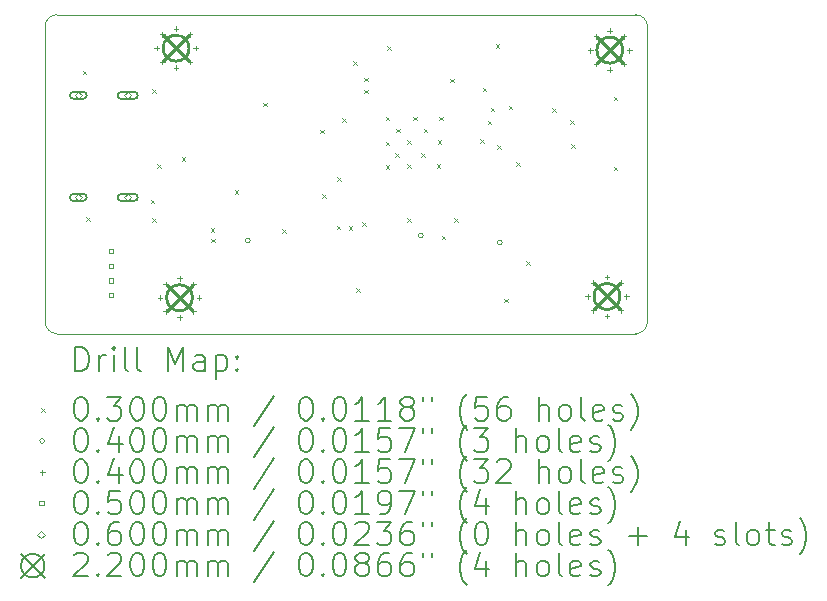
<source format=gbr>
%TF.GenerationSoftware,KiCad,Pcbnew,7.0.8*%
%TF.CreationDate,2024-01-29T14:08:57+05:30*%
%TF.ProjectId,stm32_ble,73746d33-325f-4626-9c65-2e6b69636164,Version : 1*%
%TF.SameCoordinates,Original*%
%TF.FileFunction,Drillmap*%
%TF.FilePolarity,Positive*%
%FSLAX45Y45*%
G04 Gerber Fmt 4.5, Leading zero omitted, Abs format (unit mm)*
G04 Created by KiCad (PCBNEW 7.0.8) date 2024-01-29 14:08:57*
%MOMM*%
%LPD*%
G01*
G04 APERTURE LIST*
%ADD10C,0.100000*%
%ADD11C,0.200000*%
%ADD12C,0.030000*%
%ADD13C,0.040000*%
%ADD14C,0.050000*%
%ADD15C,0.060000*%
%ADD16C,0.220000*%
G04 APERTURE END LIST*
D10*
X11587000Y-10267000D02*
G75*
G03*
X11687000Y-10367000I100000J0D01*
G01*
X11587000Y-10267000D02*
X11587000Y-7767000D01*
X16687000Y-7767000D02*
X16687000Y-10267000D01*
X14687000Y-7667000D02*
X16587000Y-7667000D01*
X16687000Y-7767000D02*
G75*
G03*
X16587000Y-7667000I-100000J0D01*
G01*
X16587000Y-10367000D02*
G75*
G03*
X16687000Y-10267000I0J100000D01*
G01*
X11687000Y-7667000D02*
X14687000Y-7667000D01*
X11687000Y-7667000D02*
G75*
G03*
X11587000Y-7767000I0J-100000D01*
G01*
X16587000Y-10367000D02*
X11687000Y-10367000D01*
D11*
D12*
X11907500Y-8142000D02*
X11937500Y-8172000D01*
X11937500Y-8142000D02*
X11907500Y-8172000D01*
X11937500Y-9382000D02*
X11967500Y-9412000D01*
X11967500Y-9382000D02*
X11937500Y-9412000D01*
X12482000Y-9232000D02*
X12512000Y-9262000D01*
X12512000Y-9232000D02*
X12482000Y-9262000D01*
X12492000Y-8297500D02*
X12522000Y-8327500D01*
X12522000Y-8297500D02*
X12492000Y-8327500D01*
X12493000Y-9389000D02*
X12523000Y-9419000D01*
X12523000Y-9389000D02*
X12493000Y-9419000D01*
X12535000Y-8935000D02*
X12565000Y-8965000D01*
X12565000Y-8935000D02*
X12535000Y-8965000D01*
X12742000Y-8872000D02*
X12772000Y-8902000D01*
X12772000Y-8872000D02*
X12742000Y-8902000D01*
X12989000Y-9477000D02*
X13019000Y-9507000D01*
X13019000Y-9477000D02*
X12989000Y-9507000D01*
X12994000Y-9564000D02*
X13024000Y-9594000D01*
X13024000Y-9564000D02*
X12994000Y-9594000D01*
X13192000Y-9152000D02*
X13222000Y-9182000D01*
X13222000Y-9152000D02*
X13192000Y-9182000D01*
X13432000Y-8412000D02*
X13462000Y-8442000D01*
X13462000Y-8412000D02*
X13432000Y-8442000D01*
X13596000Y-9484000D02*
X13626000Y-9514000D01*
X13626000Y-9484000D02*
X13596000Y-9514000D01*
X13916500Y-8642000D02*
X13946500Y-8672000D01*
X13946500Y-8642000D02*
X13916500Y-8672000D01*
X13932000Y-9185000D02*
X13962000Y-9215000D01*
X13962000Y-9185000D02*
X13932000Y-9215000D01*
X14057000Y-9452000D02*
X14087000Y-9482000D01*
X14087000Y-9452000D02*
X14057000Y-9482000D01*
X14062000Y-9042000D02*
X14092000Y-9072000D01*
X14092000Y-9042000D02*
X14062000Y-9072000D01*
X14101000Y-8542000D02*
X14131000Y-8572000D01*
X14131000Y-8542000D02*
X14101000Y-8572000D01*
X14157000Y-9456000D02*
X14187000Y-9486000D01*
X14187000Y-9456000D02*
X14157000Y-9486000D01*
X14197500Y-8062000D02*
X14227500Y-8092000D01*
X14227500Y-8062000D02*
X14197500Y-8092000D01*
X14222000Y-9982000D02*
X14252000Y-10012000D01*
X14252000Y-9982000D02*
X14222000Y-10012000D01*
X14272000Y-9422000D02*
X14302000Y-9452000D01*
X14302000Y-9422000D02*
X14272000Y-9452000D01*
X14287500Y-8202000D02*
X14317500Y-8232000D01*
X14317500Y-8202000D02*
X14287500Y-8232000D01*
X14287500Y-8302000D02*
X14317500Y-8332000D01*
X14317500Y-8302000D02*
X14287500Y-8332000D01*
X14472000Y-8532000D02*
X14502000Y-8562000D01*
X14502000Y-8532000D02*
X14472000Y-8562000D01*
X14472000Y-8742000D02*
X14502000Y-8772000D01*
X14502000Y-8742000D02*
X14472000Y-8772000D01*
X14472000Y-8942000D02*
X14502000Y-8972000D01*
X14502000Y-8942000D02*
X14472000Y-8972000D01*
X14482000Y-7932000D02*
X14512000Y-7962000D01*
X14512000Y-7932000D02*
X14482000Y-7962000D01*
X14552000Y-8842000D02*
X14582000Y-8872000D01*
X14582000Y-8842000D02*
X14552000Y-8872000D01*
X14562000Y-8632000D02*
X14592000Y-8662000D01*
X14592000Y-8632000D02*
X14562000Y-8662000D01*
X14652000Y-8732000D02*
X14682000Y-8762000D01*
X14682000Y-8732000D02*
X14652000Y-8762000D01*
X14652000Y-8932000D02*
X14682000Y-8962000D01*
X14682000Y-8932000D02*
X14652000Y-8962000D01*
X14652000Y-9392000D02*
X14682000Y-9422000D01*
X14682000Y-9392000D02*
X14652000Y-9422000D01*
X14702000Y-8532000D02*
X14732000Y-8562000D01*
X14732000Y-8532000D02*
X14702000Y-8562000D01*
X14772000Y-8842000D02*
X14802000Y-8872000D01*
X14802000Y-8842000D02*
X14772000Y-8872000D01*
X14792000Y-8632000D02*
X14822000Y-8662000D01*
X14822000Y-8632000D02*
X14792000Y-8662000D01*
X14902000Y-8932000D02*
X14932000Y-8962000D01*
X14932000Y-8932000D02*
X14902000Y-8962000D01*
X14912000Y-8732000D02*
X14942000Y-8762000D01*
X14942000Y-8732000D02*
X14912000Y-8762000D01*
X14922000Y-8532000D02*
X14952000Y-8562000D01*
X14952000Y-8532000D02*
X14922000Y-8562000D01*
X14944000Y-9539000D02*
X14974000Y-9569000D01*
X14974000Y-9539000D02*
X14944000Y-9569000D01*
X15016500Y-8208500D02*
X15046500Y-8238500D01*
X15046500Y-8208500D02*
X15016500Y-8238500D01*
X15052000Y-9392000D02*
X15082000Y-9422000D01*
X15082000Y-9392000D02*
X15052000Y-9422000D01*
X15272000Y-8722000D02*
X15302000Y-8752000D01*
X15302000Y-8722000D02*
X15272000Y-8752000D01*
X15292000Y-8286500D02*
X15322000Y-8316500D01*
X15322000Y-8286500D02*
X15292000Y-8316500D01*
X15336000Y-8565000D02*
X15366000Y-8595000D01*
X15366000Y-8565000D02*
X15336000Y-8595000D01*
X15361500Y-8455000D02*
X15391500Y-8485000D01*
X15391500Y-8455000D02*
X15361500Y-8485000D01*
X15402000Y-7917500D02*
X15432000Y-7947500D01*
X15432000Y-7917500D02*
X15402000Y-7947500D01*
X15415000Y-8770000D02*
X15445000Y-8800000D01*
X15445000Y-8770000D02*
X15415000Y-8800000D01*
X15472000Y-10072000D02*
X15502000Y-10102000D01*
X15502000Y-10072000D02*
X15472000Y-10102000D01*
X15512000Y-8437500D02*
X15542000Y-8467500D01*
X15542000Y-8437500D02*
X15512000Y-8467500D01*
X15576000Y-8914500D02*
X15606000Y-8944500D01*
X15606000Y-8914500D02*
X15576000Y-8944500D01*
X15662000Y-9752000D02*
X15692000Y-9782000D01*
X15692000Y-9752000D02*
X15662000Y-9782000D01*
X15882000Y-8457500D02*
X15912000Y-8487500D01*
X15912000Y-8457500D02*
X15882000Y-8487500D01*
X16032000Y-8562000D02*
X16062000Y-8592000D01*
X16062000Y-8562000D02*
X16032000Y-8592000D01*
X16042000Y-8762000D02*
X16072000Y-8792000D01*
X16072000Y-8762000D02*
X16042000Y-8792000D01*
X16402000Y-8362000D02*
X16432000Y-8392000D01*
X16432000Y-8362000D02*
X16402000Y-8392000D01*
X16402370Y-8955097D02*
X16432370Y-8985097D01*
X16432370Y-8955097D02*
X16402370Y-8985097D01*
D13*
X13323500Y-9579000D02*
G75*
G03*
X13323500Y-9579000I-20000J0D01*
G01*
X14788000Y-9537000D02*
G75*
G03*
X14788000Y-9537000I-20000J0D01*
G01*
X15457000Y-9597000D02*
G75*
G03*
X15457000Y-9597000I-20000J0D01*
G01*
X12531000Y-7930000D02*
X12531000Y-7970000D01*
X12511000Y-7950000D02*
X12551000Y-7950000D01*
X12560000Y-10043000D02*
X12560000Y-10083000D01*
X12540000Y-10063000D02*
X12580000Y-10063000D01*
X12579327Y-7813327D02*
X12579327Y-7853327D01*
X12559327Y-7833327D02*
X12599327Y-7833327D01*
X12579327Y-8046673D02*
X12579327Y-8086673D01*
X12559327Y-8066673D02*
X12599327Y-8066673D01*
X12608327Y-9926327D02*
X12608327Y-9966327D01*
X12588327Y-9946327D02*
X12628327Y-9946327D01*
X12608327Y-10159673D02*
X12608327Y-10199673D01*
X12588327Y-10179673D02*
X12628327Y-10179673D01*
X12696000Y-7765000D02*
X12696000Y-7805000D01*
X12676000Y-7785000D02*
X12716000Y-7785000D01*
X12696000Y-8095000D02*
X12696000Y-8135000D01*
X12676000Y-8115000D02*
X12716000Y-8115000D01*
X12725000Y-9878000D02*
X12725000Y-9918000D01*
X12705000Y-9898000D02*
X12745000Y-9898000D01*
X12725000Y-10208000D02*
X12725000Y-10248000D01*
X12705000Y-10228000D02*
X12745000Y-10228000D01*
X12812673Y-7813327D02*
X12812673Y-7853327D01*
X12792673Y-7833327D02*
X12832673Y-7833327D01*
X12812673Y-8046673D02*
X12812673Y-8086673D01*
X12792673Y-8066673D02*
X12832673Y-8066673D01*
X12841673Y-9926327D02*
X12841673Y-9966327D01*
X12821673Y-9946327D02*
X12861673Y-9946327D01*
X12841673Y-10159673D02*
X12841673Y-10199673D01*
X12821673Y-10179673D02*
X12861673Y-10179673D01*
X12861000Y-7930000D02*
X12861000Y-7970000D01*
X12841000Y-7950000D02*
X12881000Y-7950000D01*
X12890000Y-10043000D02*
X12890000Y-10083000D01*
X12870000Y-10063000D02*
X12910000Y-10063000D01*
X16179327Y-10032327D02*
X16179327Y-10072327D01*
X16159327Y-10052327D02*
X16199327Y-10052327D01*
X16203000Y-7947000D02*
X16203000Y-7987000D01*
X16183000Y-7967000D02*
X16223000Y-7967000D01*
X16227655Y-9915655D02*
X16227655Y-9955655D01*
X16207655Y-9935655D02*
X16247655Y-9935655D01*
X16227655Y-10149000D02*
X16227655Y-10189000D01*
X16207655Y-10169000D02*
X16247655Y-10169000D01*
X16251327Y-7830327D02*
X16251327Y-7870327D01*
X16231327Y-7850327D02*
X16271327Y-7850327D01*
X16251327Y-8063673D02*
X16251327Y-8103673D01*
X16231327Y-8083673D02*
X16271327Y-8083673D01*
X16344327Y-9867327D02*
X16344327Y-9907327D01*
X16324327Y-9887327D02*
X16364327Y-9887327D01*
X16344327Y-10197327D02*
X16344327Y-10237327D01*
X16324327Y-10217327D02*
X16364327Y-10217327D01*
X16368000Y-7782000D02*
X16368000Y-7822000D01*
X16348000Y-7802000D02*
X16388000Y-7802000D01*
X16368000Y-8112000D02*
X16368000Y-8152000D01*
X16348000Y-8132000D02*
X16388000Y-8132000D01*
X16461000Y-9915655D02*
X16461000Y-9955655D01*
X16441000Y-9935655D02*
X16481000Y-9935655D01*
X16461000Y-10149000D02*
X16461000Y-10189000D01*
X16441000Y-10169000D02*
X16481000Y-10169000D01*
X16484673Y-7830327D02*
X16484673Y-7870327D01*
X16464673Y-7850327D02*
X16504673Y-7850327D01*
X16484673Y-8063673D02*
X16484673Y-8103673D01*
X16464673Y-8083673D02*
X16504673Y-8083673D01*
X16509327Y-10032327D02*
X16509327Y-10072327D01*
X16489327Y-10052327D02*
X16529327Y-10052327D01*
X16533000Y-7947000D02*
X16533000Y-7987000D01*
X16513000Y-7967000D02*
X16553000Y-7967000D01*
D14*
X12159678Y-9684678D02*
X12159678Y-9649322D01*
X12124322Y-9649322D01*
X12124322Y-9684678D01*
X12159678Y-9684678D01*
X12159678Y-9809678D02*
X12159678Y-9774322D01*
X12124322Y-9774322D01*
X12124322Y-9809678D01*
X12159678Y-9809678D01*
X12159678Y-9934678D02*
X12159678Y-9899322D01*
X12124322Y-9899322D01*
X12124322Y-9934678D01*
X12159678Y-9934678D01*
X12159678Y-10059678D02*
X12159678Y-10024322D01*
X12124322Y-10024322D01*
X12124322Y-10059678D01*
X12159678Y-10059678D01*
D15*
X11868500Y-8380000D02*
X11898500Y-8350000D01*
X11868500Y-8320000D01*
X11838500Y-8350000D01*
X11868500Y-8380000D01*
D11*
X11908500Y-8320000D02*
X11828500Y-8320000D01*
X11828500Y-8320000D02*
G75*
G03*
X11828500Y-8380000I0J-30000D01*
G01*
X11828500Y-8380000D02*
X11908500Y-8380000D01*
X11908500Y-8380000D02*
G75*
G03*
X11908500Y-8320000I0J30000D01*
G01*
D15*
X11868500Y-9244000D02*
X11898500Y-9214000D01*
X11868500Y-9184000D01*
X11838500Y-9214000D01*
X11868500Y-9244000D01*
D11*
X11908500Y-9184000D02*
X11828500Y-9184000D01*
X11828500Y-9184000D02*
G75*
G03*
X11828500Y-9244000I0J-30000D01*
G01*
X11828500Y-9244000D02*
X11908500Y-9244000D01*
X11908500Y-9244000D02*
G75*
G03*
X11908500Y-9184000I0J30000D01*
G01*
D15*
X12286500Y-8380000D02*
X12316500Y-8350000D01*
X12286500Y-8320000D01*
X12256500Y-8350000D01*
X12286500Y-8380000D01*
D11*
X12341500Y-8320000D02*
X12231500Y-8320000D01*
X12231500Y-8320000D02*
G75*
G03*
X12231500Y-8380000I0J-30000D01*
G01*
X12231500Y-8380000D02*
X12341500Y-8380000D01*
X12341500Y-8380000D02*
G75*
G03*
X12341500Y-8320000I0J30000D01*
G01*
D15*
X12286500Y-9244000D02*
X12316500Y-9214000D01*
X12286500Y-9184000D01*
X12256500Y-9214000D01*
X12286500Y-9244000D01*
D11*
X12341500Y-9184000D02*
X12231500Y-9184000D01*
X12231500Y-9184000D02*
G75*
G03*
X12231500Y-9244000I0J-30000D01*
G01*
X12231500Y-9244000D02*
X12341500Y-9244000D01*
X12341500Y-9244000D02*
G75*
G03*
X12341500Y-9184000I0J30000D01*
G01*
D16*
X12586000Y-7840000D02*
X12806000Y-8060000D01*
X12806000Y-7840000D02*
X12586000Y-8060000D01*
X12806000Y-7950000D02*
G75*
G03*
X12806000Y-7950000I-110000J0D01*
G01*
X12615000Y-9953000D02*
X12835000Y-10173000D01*
X12835000Y-9953000D02*
X12615000Y-10173000D01*
X12835000Y-10063000D02*
G75*
G03*
X12835000Y-10063000I-110000J0D01*
G01*
X16234327Y-9942327D02*
X16454327Y-10162327D01*
X16454327Y-9942327D02*
X16234327Y-10162327D01*
X16454327Y-10052327D02*
G75*
G03*
X16454327Y-10052327I-110000J0D01*
G01*
X16258000Y-7857000D02*
X16478000Y-8077000D01*
X16478000Y-7857000D02*
X16258000Y-8077000D01*
X16478000Y-7967000D02*
G75*
G03*
X16478000Y-7967000I-110000J0D01*
G01*
D11*
X11842777Y-10683484D02*
X11842777Y-10483484D01*
X11842777Y-10483484D02*
X11890396Y-10483484D01*
X11890396Y-10483484D02*
X11918967Y-10493008D01*
X11918967Y-10493008D02*
X11938015Y-10512055D01*
X11938015Y-10512055D02*
X11947539Y-10531103D01*
X11947539Y-10531103D02*
X11957062Y-10569198D01*
X11957062Y-10569198D02*
X11957062Y-10597770D01*
X11957062Y-10597770D02*
X11947539Y-10635865D01*
X11947539Y-10635865D02*
X11938015Y-10654912D01*
X11938015Y-10654912D02*
X11918967Y-10673960D01*
X11918967Y-10673960D02*
X11890396Y-10683484D01*
X11890396Y-10683484D02*
X11842777Y-10683484D01*
X12042777Y-10683484D02*
X12042777Y-10550150D01*
X12042777Y-10588246D02*
X12052301Y-10569198D01*
X12052301Y-10569198D02*
X12061824Y-10559674D01*
X12061824Y-10559674D02*
X12080872Y-10550150D01*
X12080872Y-10550150D02*
X12099920Y-10550150D01*
X12166586Y-10683484D02*
X12166586Y-10550150D01*
X12166586Y-10483484D02*
X12157062Y-10493008D01*
X12157062Y-10493008D02*
X12166586Y-10502531D01*
X12166586Y-10502531D02*
X12176110Y-10493008D01*
X12176110Y-10493008D02*
X12166586Y-10483484D01*
X12166586Y-10483484D02*
X12166586Y-10502531D01*
X12290396Y-10683484D02*
X12271348Y-10673960D01*
X12271348Y-10673960D02*
X12261824Y-10654912D01*
X12261824Y-10654912D02*
X12261824Y-10483484D01*
X12395158Y-10683484D02*
X12376110Y-10673960D01*
X12376110Y-10673960D02*
X12366586Y-10654912D01*
X12366586Y-10654912D02*
X12366586Y-10483484D01*
X12623729Y-10683484D02*
X12623729Y-10483484D01*
X12623729Y-10483484D02*
X12690396Y-10626341D01*
X12690396Y-10626341D02*
X12757062Y-10483484D01*
X12757062Y-10483484D02*
X12757062Y-10683484D01*
X12938015Y-10683484D02*
X12938015Y-10578722D01*
X12938015Y-10578722D02*
X12928491Y-10559674D01*
X12928491Y-10559674D02*
X12909443Y-10550150D01*
X12909443Y-10550150D02*
X12871348Y-10550150D01*
X12871348Y-10550150D02*
X12852301Y-10559674D01*
X12938015Y-10673960D02*
X12918967Y-10683484D01*
X12918967Y-10683484D02*
X12871348Y-10683484D01*
X12871348Y-10683484D02*
X12852301Y-10673960D01*
X12852301Y-10673960D02*
X12842777Y-10654912D01*
X12842777Y-10654912D02*
X12842777Y-10635865D01*
X12842777Y-10635865D02*
X12852301Y-10616817D01*
X12852301Y-10616817D02*
X12871348Y-10607293D01*
X12871348Y-10607293D02*
X12918967Y-10607293D01*
X12918967Y-10607293D02*
X12938015Y-10597770D01*
X13033253Y-10550150D02*
X13033253Y-10750150D01*
X13033253Y-10559674D02*
X13052301Y-10550150D01*
X13052301Y-10550150D02*
X13090396Y-10550150D01*
X13090396Y-10550150D02*
X13109443Y-10559674D01*
X13109443Y-10559674D02*
X13118967Y-10569198D01*
X13118967Y-10569198D02*
X13128491Y-10588246D01*
X13128491Y-10588246D02*
X13128491Y-10645389D01*
X13128491Y-10645389D02*
X13118967Y-10664436D01*
X13118967Y-10664436D02*
X13109443Y-10673960D01*
X13109443Y-10673960D02*
X13090396Y-10683484D01*
X13090396Y-10683484D02*
X13052301Y-10683484D01*
X13052301Y-10683484D02*
X13033253Y-10673960D01*
X13214205Y-10664436D02*
X13223729Y-10673960D01*
X13223729Y-10673960D02*
X13214205Y-10683484D01*
X13214205Y-10683484D02*
X13204682Y-10673960D01*
X13204682Y-10673960D02*
X13214205Y-10664436D01*
X13214205Y-10664436D02*
X13214205Y-10683484D01*
X13214205Y-10559674D02*
X13223729Y-10569198D01*
X13223729Y-10569198D02*
X13214205Y-10578722D01*
X13214205Y-10578722D02*
X13204682Y-10569198D01*
X13204682Y-10569198D02*
X13214205Y-10559674D01*
X13214205Y-10559674D02*
X13214205Y-10578722D01*
D12*
X11552000Y-10997000D02*
X11582000Y-11027000D01*
X11582000Y-10997000D02*
X11552000Y-11027000D01*
D11*
X11880872Y-10903484D02*
X11899920Y-10903484D01*
X11899920Y-10903484D02*
X11918967Y-10913008D01*
X11918967Y-10913008D02*
X11928491Y-10922531D01*
X11928491Y-10922531D02*
X11938015Y-10941579D01*
X11938015Y-10941579D02*
X11947539Y-10979674D01*
X11947539Y-10979674D02*
X11947539Y-11027293D01*
X11947539Y-11027293D02*
X11938015Y-11065389D01*
X11938015Y-11065389D02*
X11928491Y-11084436D01*
X11928491Y-11084436D02*
X11918967Y-11093960D01*
X11918967Y-11093960D02*
X11899920Y-11103484D01*
X11899920Y-11103484D02*
X11880872Y-11103484D01*
X11880872Y-11103484D02*
X11861824Y-11093960D01*
X11861824Y-11093960D02*
X11852301Y-11084436D01*
X11852301Y-11084436D02*
X11842777Y-11065389D01*
X11842777Y-11065389D02*
X11833253Y-11027293D01*
X11833253Y-11027293D02*
X11833253Y-10979674D01*
X11833253Y-10979674D02*
X11842777Y-10941579D01*
X11842777Y-10941579D02*
X11852301Y-10922531D01*
X11852301Y-10922531D02*
X11861824Y-10913008D01*
X11861824Y-10913008D02*
X11880872Y-10903484D01*
X12033253Y-11084436D02*
X12042777Y-11093960D01*
X12042777Y-11093960D02*
X12033253Y-11103484D01*
X12033253Y-11103484D02*
X12023729Y-11093960D01*
X12023729Y-11093960D02*
X12033253Y-11084436D01*
X12033253Y-11084436D02*
X12033253Y-11103484D01*
X12109443Y-10903484D02*
X12233253Y-10903484D01*
X12233253Y-10903484D02*
X12166586Y-10979674D01*
X12166586Y-10979674D02*
X12195158Y-10979674D01*
X12195158Y-10979674D02*
X12214205Y-10989198D01*
X12214205Y-10989198D02*
X12223729Y-10998722D01*
X12223729Y-10998722D02*
X12233253Y-11017770D01*
X12233253Y-11017770D02*
X12233253Y-11065389D01*
X12233253Y-11065389D02*
X12223729Y-11084436D01*
X12223729Y-11084436D02*
X12214205Y-11093960D01*
X12214205Y-11093960D02*
X12195158Y-11103484D01*
X12195158Y-11103484D02*
X12138015Y-11103484D01*
X12138015Y-11103484D02*
X12118967Y-11093960D01*
X12118967Y-11093960D02*
X12109443Y-11084436D01*
X12357062Y-10903484D02*
X12376110Y-10903484D01*
X12376110Y-10903484D02*
X12395158Y-10913008D01*
X12395158Y-10913008D02*
X12404682Y-10922531D01*
X12404682Y-10922531D02*
X12414205Y-10941579D01*
X12414205Y-10941579D02*
X12423729Y-10979674D01*
X12423729Y-10979674D02*
X12423729Y-11027293D01*
X12423729Y-11027293D02*
X12414205Y-11065389D01*
X12414205Y-11065389D02*
X12404682Y-11084436D01*
X12404682Y-11084436D02*
X12395158Y-11093960D01*
X12395158Y-11093960D02*
X12376110Y-11103484D01*
X12376110Y-11103484D02*
X12357062Y-11103484D01*
X12357062Y-11103484D02*
X12338015Y-11093960D01*
X12338015Y-11093960D02*
X12328491Y-11084436D01*
X12328491Y-11084436D02*
X12318967Y-11065389D01*
X12318967Y-11065389D02*
X12309443Y-11027293D01*
X12309443Y-11027293D02*
X12309443Y-10979674D01*
X12309443Y-10979674D02*
X12318967Y-10941579D01*
X12318967Y-10941579D02*
X12328491Y-10922531D01*
X12328491Y-10922531D02*
X12338015Y-10913008D01*
X12338015Y-10913008D02*
X12357062Y-10903484D01*
X12547539Y-10903484D02*
X12566586Y-10903484D01*
X12566586Y-10903484D02*
X12585634Y-10913008D01*
X12585634Y-10913008D02*
X12595158Y-10922531D01*
X12595158Y-10922531D02*
X12604682Y-10941579D01*
X12604682Y-10941579D02*
X12614205Y-10979674D01*
X12614205Y-10979674D02*
X12614205Y-11027293D01*
X12614205Y-11027293D02*
X12604682Y-11065389D01*
X12604682Y-11065389D02*
X12595158Y-11084436D01*
X12595158Y-11084436D02*
X12585634Y-11093960D01*
X12585634Y-11093960D02*
X12566586Y-11103484D01*
X12566586Y-11103484D02*
X12547539Y-11103484D01*
X12547539Y-11103484D02*
X12528491Y-11093960D01*
X12528491Y-11093960D02*
X12518967Y-11084436D01*
X12518967Y-11084436D02*
X12509443Y-11065389D01*
X12509443Y-11065389D02*
X12499920Y-11027293D01*
X12499920Y-11027293D02*
X12499920Y-10979674D01*
X12499920Y-10979674D02*
X12509443Y-10941579D01*
X12509443Y-10941579D02*
X12518967Y-10922531D01*
X12518967Y-10922531D02*
X12528491Y-10913008D01*
X12528491Y-10913008D02*
X12547539Y-10903484D01*
X12699920Y-11103484D02*
X12699920Y-10970150D01*
X12699920Y-10989198D02*
X12709443Y-10979674D01*
X12709443Y-10979674D02*
X12728491Y-10970150D01*
X12728491Y-10970150D02*
X12757063Y-10970150D01*
X12757063Y-10970150D02*
X12776110Y-10979674D01*
X12776110Y-10979674D02*
X12785634Y-10998722D01*
X12785634Y-10998722D02*
X12785634Y-11103484D01*
X12785634Y-10998722D02*
X12795158Y-10979674D01*
X12795158Y-10979674D02*
X12814205Y-10970150D01*
X12814205Y-10970150D02*
X12842777Y-10970150D01*
X12842777Y-10970150D02*
X12861824Y-10979674D01*
X12861824Y-10979674D02*
X12871348Y-10998722D01*
X12871348Y-10998722D02*
X12871348Y-11103484D01*
X12966586Y-11103484D02*
X12966586Y-10970150D01*
X12966586Y-10989198D02*
X12976110Y-10979674D01*
X12976110Y-10979674D02*
X12995158Y-10970150D01*
X12995158Y-10970150D02*
X13023729Y-10970150D01*
X13023729Y-10970150D02*
X13042777Y-10979674D01*
X13042777Y-10979674D02*
X13052301Y-10998722D01*
X13052301Y-10998722D02*
X13052301Y-11103484D01*
X13052301Y-10998722D02*
X13061824Y-10979674D01*
X13061824Y-10979674D02*
X13080872Y-10970150D01*
X13080872Y-10970150D02*
X13109443Y-10970150D01*
X13109443Y-10970150D02*
X13128491Y-10979674D01*
X13128491Y-10979674D02*
X13138015Y-10998722D01*
X13138015Y-10998722D02*
X13138015Y-11103484D01*
X13528491Y-10893960D02*
X13357063Y-11151103D01*
X13785634Y-10903484D02*
X13804682Y-10903484D01*
X13804682Y-10903484D02*
X13823729Y-10913008D01*
X13823729Y-10913008D02*
X13833253Y-10922531D01*
X13833253Y-10922531D02*
X13842777Y-10941579D01*
X13842777Y-10941579D02*
X13852301Y-10979674D01*
X13852301Y-10979674D02*
X13852301Y-11027293D01*
X13852301Y-11027293D02*
X13842777Y-11065389D01*
X13842777Y-11065389D02*
X13833253Y-11084436D01*
X13833253Y-11084436D02*
X13823729Y-11093960D01*
X13823729Y-11093960D02*
X13804682Y-11103484D01*
X13804682Y-11103484D02*
X13785634Y-11103484D01*
X13785634Y-11103484D02*
X13766586Y-11093960D01*
X13766586Y-11093960D02*
X13757063Y-11084436D01*
X13757063Y-11084436D02*
X13747539Y-11065389D01*
X13747539Y-11065389D02*
X13738015Y-11027293D01*
X13738015Y-11027293D02*
X13738015Y-10979674D01*
X13738015Y-10979674D02*
X13747539Y-10941579D01*
X13747539Y-10941579D02*
X13757063Y-10922531D01*
X13757063Y-10922531D02*
X13766586Y-10913008D01*
X13766586Y-10913008D02*
X13785634Y-10903484D01*
X13938015Y-11084436D02*
X13947539Y-11093960D01*
X13947539Y-11093960D02*
X13938015Y-11103484D01*
X13938015Y-11103484D02*
X13928491Y-11093960D01*
X13928491Y-11093960D02*
X13938015Y-11084436D01*
X13938015Y-11084436D02*
X13938015Y-11103484D01*
X14071348Y-10903484D02*
X14090396Y-10903484D01*
X14090396Y-10903484D02*
X14109444Y-10913008D01*
X14109444Y-10913008D02*
X14118967Y-10922531D01*
X14118967Y-10922531D02*
X14128491Y-10941579D01*
X14128491Y-10941579D02*
X14138015Y-10979674D01*
X14138015Y-10979674D02*
X14138015Y-11027293D01*
X14138015Y-11027293D02*
X14128491Y-11065389D01*
X14128491Y-11065389D02*
X14118967Y-11084436D01*
X14118967Y-11084436D02*
X14109444Y-11093960D01*
X14109444Y-11093960D02*
X14090396Y-11103484D01*
X14090396Y-11103484D02*
X14071348Y-11103484D01*
X14071348Y-11103484D02*
X14052301Y-11093960D01*
X14052301Y-11093960D02*
X14042777Y-11084436D01*
X14042777Y-11084436D02*
X14033253Y-11065389D01*
X14033253Y-11065389D02*
X14023729Y-11027293D01*
X14023729Y-11027293D02*
X14023729Y-10979674D01*
X14023729Y-10979674D02*
X14033253Y-10941579D01*
X14033253Y-10941579D02*
X14042777Y-10922531D01*
X14042777Y-10922531D02*
X14052301Y-10913008D01*
X14052301Y-10913008D02*
X14071348Y-10903484D01*
X14328491Y-11103484D02*
X14214206Y-11103484D01*
X14271348Y-11103484D02*
X14271348Y-10903484D01*
X14271348Y-10903484D02*
X14252301Y-10932055D01*
X14252301Y-10932055D02*
X14233253Y-10951103D01*
X14233253Y-10951103D02*
X14214206Y-10960627D01*
X14518967Y-11103484D02*
X14404682Y-11103484D01*
X14461825Y-11103484D02*
X14461825Y-10903484D01*
X14461825Y-10903484D02*
X14442777Y-10932055D01*
X14442777Y-10932055D02*
X14423729Y-10951103D01*
X14423729Y-10951103D02*
X14404682Y-10960627D01*
X14633253Y-10989198D02*
X14614206Y-10979674D01*
X14614206Y-10979674D02*
X14604682Y-10970150D01*
X14604682Y-10970150D02*
X14595158Y-10951103D01*
X14595158Y-10951103D02*
X14595158Y-10941579D01*
X14595158Y-10941579D02*
X14604682Y-10922531D01*
X14604682Y-10922531D02*
X14614206Y-10913008D01*
X14614206Y-10913008D02*
X14633253Y-10903484D01*
X14633253Y-10903484D02*
X14671348Y-10903484D01*
X14671348Y-10903484D02*
X14690396Y-10913008D01*
X14690396Y-10913008D02*
X14699920Y-10922531D01*
X14699920Y-10922531D02*
X14709444Y-10941579D01*
X14709444Y-10941579D02*
X14709444Y-10951103D01*
X14709444Y-10951103D02*
X14699920Y-10970150D01*
X14699920Y-10970150D02*
X14690396Y-10979674D01*
X14690396Y-10979674D02*
X14671348Y-10989198D01*
X14671348Y-10989198D02*
X14633253Y-10989198D01*
X14633253Y-10989198D02*
X14614206Y-10998722D01*
X14614206Y-10998722D02*
X14604682Y-11008246D01*
X14604682Y-11008246D02*
X14595158Y-11027293D01*
X14595158Y-11027293D02*
X14595158Y-11065389D01*
X14595158Y-11065389D02*
X14604682Y-11084436D01*
X14604682Y-11084436D02*
X14614206Y-11093960D01*
X14614206Y-11093960D02*
X14633253Y-11103484D01*
X14633253Y-11103484D02*
X14671348Y-11103484D01*
X14671348Y-11103484D02*
X14690396Y-11093960D01*
X14690396Y-11093960D02*
X14699920Y-11084436D01*
X14699920Y-11084436D02*
X14709444Y-11065389D01*
X14709444Y-11065389D02*
X14709444Y-11027293D01*
X14709444Y-11027293D02*
X14699920Y-11008246D01*
X14699920Y-11008246D02*
X14690396Y-10998722D01*
X14690396Y-10998722D02*
X14671348Y-10989198D01*
X14785634Y-10903484D02*
X14785634Y-10941579D01*
X14861825Y-10903484D02*
X14861825Y-10941579D01*
X15157063Y-11179674D02*
X15147539Y-11170150D01*
X15147539Y-11170150D02*
X15128491Y-11141579D01*
X15128491Y-11141579D02*
X15118968Y-11122531D01*
X15118968Y-11122531D02*
X15109444Y-11093960D01*
X15109444Y-11093960D02*
X15099920Y-11046341D01*
X15099920Y-11046341D02*
X15099920Y-11008246D01*
X15099920Y-11008246D02*
X15109444Y-10960627D01*
X15109444Y-10960627D02*
X15118968Y-10932055D01*
X15118968Y-10932055D02*
X15128491Y-10913008D01*
X15128491Y-10913008D02*
X15147539Y-10884436D01*
X15147539Y-10884436D02*
X15157063Y-10874912D01*
X15328491Y-10903484D02*
X15233253Y-10903484D01*
X15233253Y-10903484D02*
X15223729Y-10998722D01*
X15223729Y-10998722D02*
X15233253Y-10989198D01*
X15233253Y-10989198D02*
X15252301Y-10979674D01*
X15252301Y-10979674D02*
X15299920Y-10979674D01*
X15299920Y-10979674D02*
X15318968Y-10989198D01*
X15318968Y-10989198D02*
X15328491Y-10998722D01*
X15328491Y-10998722D02*
X15338015Y-11017770D01*
X15338015Y-11017770D02*
X15338015Y-11065389D01*
X15338015Y-11065389D02*
X15328491Y-11084436D01*
X15328491Y-11084436D02*
X15318968Y-11093960D01*
X15318968Y-11093960D02*
X15299920Y-11103484D01*
X15299920Y-11103484D02*
X15252301Y-11103484D01*
X15252301Y-11103484D02*
X15233253Y-11093960D01*
X15233253Y-11093960D02*
X15223729Y-11084436D01*
X15509444Y-10903484D02*
X15471348Y-10903484D01*
X15471348Y-10903484D02*
X15452301Y-10913008D01*
X15452301Y-10913008D02*
X15442777Y-10922531D01*
X15442777Y-10922531D02*
X15423729Y-10951103D01*
X15423729Y-10951103D02*
X15414206Y-10989198D01*
X15414206Y-10989198D02*
X15414206Y-11065389D01*
X15414206Y-11065389D02*
X15423729Y-11084436D01*
X15423729Y-11084436D02*
X15433253Y-11093960D01*
X15433253Y-11093960D02*
X15452301Y-11103484D01*
X15452301Y-11103484D02*
X15490396Y-11103484D01*
X15490396Y-11103484D02*
X15509444Y-11093960D01*
X15509444Y-11093960D02*
X15518968Y-11084436D01*
X15518968Y-11084436D02*
X15528491Y-11065389D01*
X15528491Y-11065389D02*
X15528491Y-11017770D01*
X15528491Y-11017770D02*
X15518968Y-10998722D01*
X15518968Y-10998722D02*
X15509444Y-10989198D01*
X15509444Y-10989198D02*
X15490396Y-10979674D01*
X15490396Y-10979674D02*
X15452301Y-10979674D01*
X15452301Y-10979674D02*
X15433253Y-10989198D01*
X15433253Y-10989198D02*
X15423729Y-10998722D01*
X15423729Y-10998722D02*
X15414206Y-11017770D01*
X15766587Y-11103484D02*
X15766587Y-10903484D01*
X15852301Y-11103484D02*
X15852301Y-10998722D01*
X15852301Y-10998722D02*
X15842777Y-10979674D01*
X15842777Y-10979674D02*
X15823730Y-10970150D01*
X15823730Y-10970150D02*
X15795158Y-10970150D01*
X15795158Y-10970150D02*
X15776110Y-10979674D01*
X15776110Y-10979674D02*
X15766587Y-10989198D01*
X15976110Y-11103484D02*
X15957063Y-11093960D01*
X15957063Y-11093960D02*
X15947539Y-11084436D01*
X15947539Y-11084436D02*
X15938015Y-11065389D01*
X15938015Y-11065389D02*
X15938015Y-11008246D01*
X15938015Y-11008246D02*
X15947539Y-10989198D01*
X15947539Y-10989198D02*
X15957063Y-10979674D01*
X15957063Y-10979674D02*
X15976110Y-10970150D01*
X15976110Y-10970150D02*
X16004682Y-10970150D01*
X16004682Y-10970150D02*
X16023730Y-10979674D01*
X16023730Y-10979674D02*
X16033253Y-10989198D01*
X16033253Y-10989198D02*
X16042777Y-11008246D01*
X16042777Y-11008246D02*
X16042777Y-11065389D01*
X16042777Y-11065389D02*
X16033253Y-11084436D01*
X16033253Y-11084436D02*
X16023730Y-11093960D01*
X16023730Y-11093960D02*
X16004682Y-11103484D01*
X16004682Y-11103484D02*
X15976110Y-11103484D01*
X16157063Y-11103484D02*
X16138015Y-11093960D01*
X16138015Y-11093960D02*
X16128491Y-11074912D01*
X16128491Y-11074912D02*
X16128491Y-10903484D01*
X16309444Y-11093960D02*
X16290396Y-11103484D01*
X16290396Y-11103484D02*
X16252301Y-11103484D01*
X16252301Y-11103484D02*
X16233253Y-11093960D01*
X16233253Y-11093960D02*
X16223730Y-11074912D01*
X16223730Y-11074912D02*
X16223730Y-10998722D01*
X16223730Y-10998722D02*
X16233253Y-10979674D01*
X16233253Y-10979674D02*
X16252301Y-10970150D01*
X16252301Y-10970150D02*
X16290396Y-10970150D01*
X16290396Y-10970150D02*
X16309444Y-10979674D01*
X16309444Y-10979674D02*
X16318968Y-10998722D01*
X16318968Y-10998722D02*
X16318968Y-11017770D01*
X16318968Y-11017770D02*
X16223730Y-11036817D01*
X16395158Y-11093960D02*
X16414206Y-11103484D01*
X16414206Y-11103484D02*
X16452301Y-11103484D01*
X16452301Y-11103484D02*
X16471349Y-11093960D01*
X16471349Y-11093960D02*
X16480872Y-11074912D01*
X16480872Y-11074912D02*
X16480872Y-11065389D01*
X16480872Y-11065389D02*
X16471349Y-11046341D01*
X16471349Y-11046341D02*
X16452301Y-11036817D01*
X16452301Y-11036817D02*
X16423730Y-11036817D01*
X16423730Y-11036817D02*
X16404682Y-11027293D01*
X16404682Y-11027293D02*
X16395158Y-11008246D01*
X16395158Y-11008246D02*
X16395158Y-10998722D01*
X16395158Y-10998722D02*
X16404682Y-10979674D01*
X16404682Y-10979674D02*
X16423730Y-10970150D01*
X16423730Y-10970150D02*
X16452301Y-10970150D01*
X16452301Y-10970150D02*
X16471349Y-10979674D01*
X16547539Y-11179674D02*
X16557063Y-11170150D01*
X16557063Y-11170150D02*
X16576111Y-11141579D01*
X16576111Y-11141579D02*
X16585634Y-11122531D01*
X16585634Y-11122531D02*
X16595158Y-11093960D01*
X16595158Y-11093960D02*
X16604682Y-11046341D01*
X16604682Y-11046341D02*
X16604682Y-11008246D01*
X16604682Y-11008246D02*
X16595158Y-10960627D01*
X16595158Y-10960627D02*
X16585634Y-10932055D01*
X16585634Y-10932055D02*
X16576111Y-10913008D01*
X16576111Y-10913008D02*
X16557063Y-10884436D01*
X16557063Y-10884436D02*
X16547539Y-10874912D01*
D13*
X11582000Y-11276000D02*
G75*
G03*
X11582000Y-11276000I-20000J0D01*
G01*
D11*
X11880872Y-11167484D02*
X11899920Y-11167484D01*
X11899920Y-11167484D02*
X11918967Y-11177008D01*
X11918967Y-11177008D02*
X11928491Y-11186531D01*
X11928491Y-11186531D02*
X11938015Y-11205579D01*
X11938015Y-11205579D02*
X11947539Y-11243674D01*
X11947539Y-11243674D02*
X11947539Y-11291293D01*
X11947539Y-11291293D02*
X11938015Y-11329388D01*
X11938015Y-11329388D02*
X11928491Y-11348436D01*
X11928491Y-11348436D02*
X11918967Y-11357960D01*
X11918967Y-11357960D02*
X11899920Y-11367484D01*
X11899920Y-11367484D02*
X11880872Y-11367484D01*
X11880872Y-11367484D02*
X11861824Y-11357960D01*
X11861824Y-11357960D02*
X11852301Y-11348436D01*
X11852301Y-11348436D02*
X11842777Y-11329388D01*
X11842777Y-11329388D02*
X11833253Y-11291293D01*
X11833253Y-11291293D02*
X11833253Y-11243674D01*
X11833253Y-11243674D02*
X11842777Y-11205579D01*
X11842777Y-11205579D02*
X11852301Y-11186531D01*
X11852301Y-11186531D02*
X11861824Y-11177008D01*
X11861824Y-11177008D02*
X11880872Y-11167484D01*
X12033253Y-11348436D02*
X12042777Y-11357960D01*
X12042777Y-11357960D02*
X12033253Y-11367484D01*
X12033253Y-11367484D02*
X12023729Y-11357960D01*
X12023729Y-11357960D02*
X12033253Y-11348436D01*
X12033253Y-11348436D02*
X12033253Y-11367484D01*
X12214205Y-11234150D02*
X12214205Y-11367484D01*
X12166586Y-11157960D02*
X12118967Y-11300817D01*
X12118967Y-11300817D02*
X12242777Y-11300817D01*
X12357062Y-11167484D02*
X12376110Y-11167484D01*
X12376110Y-11167484D02*
X12395158Y-11177008D01*
X12395158Y-11177008D02*
X12404682Y-11186531D01*
X12404682Y-11186531D02*
X12414205Y-11205579D01*
X12414205Y-11205579D02*
X12423729Y-11243674D01*
X12423729Y-11243674D02*
X12423729Y-11291293D01*
X12423729Y-11291293D02*
X12414205Y-11329388D01*
X12414205Y-11329388D02*
X12404682Y-11348436D01*
X12404682Y-11348436D02*
X12395158Y-11357960D01*
X12395158Y-11357960D02*
X12376110Y-11367484D01*
X12376110Y-11367484D02*
X12357062Y-11367484D01*
X12357062Y-11367484D02*
X12338015Y-11357960D01*
X12338015Y-11357960D02*
X12328491Y-11348436D01*
X12328491Y-11348436D02*
X12318967Y-11329388D01*
X12318967Y-11329388D02*
X12309443Y-11291293D01*
X12309443Y-11291293D02*
X12309443Y-11243674D01*
X12309443Y-11243674D02*
X12318967Y-11205579D01*
X12318967Y-11205579D02*
X12328491Y-11186531D01*
X12328491Y-11186531D02*
X12338015Y-11177008D01*
X12338015Y-11177008D02*
X12357062Y-11167484D01*
X12547539Y-11167484D02*
X12566586Y-11167484D01*
X12566586Y-11167484D02*
X12585634Y-11177008D01*
X12585634Y-11177008D02*
X12595158Y-11186531D01*
X12595158Y-11186531D02*
X12604682Y-11205579D01*
X12604682Y-11205579D02*
X12614205Y-11243674D01*
X12614205Y-11243674D02*
X12614205Y-11291293D01*
X12614205Y-11291293D02*
X12604682Y-11329388D01*
X12604682Y-11329388D02*
X12595158Y-11348436D01*
X12595158Y-11348436D02*
X12585634Y-11357960D01*
X12585634Y-11357960D02*
X12566586Y-11367484D01*
X12566586Y-11367484D02*
X12547539Y-11367484D01*
X12547539Y-11367484D02*
X12528491Y-11357960D01*
X12528491Y-11357960D02*
X12518967Y-11348436D01*
X12518967Y-11348436D02*
X12509443Y-11329388D01*
X12509443Y-11329388D02*
X12499920Y-11291293D01*
X12499920Y-11291293D02*
X12499920Y-11243674D01*
X12499920Y-11243674D02*
X12509443Y-11205579D01*
X12509443Y-11205579D02*
X12518967Y-11186531D01*
X12518967Y-11186531D02*
X12528491Y-11177008D01*
X12528491Y-11177008D02*
X12547539Y-11167484D01*
X12699920Y-11367484D02*
X12699920Y-11234150D01*
X12699920Y-11253198D02*
X12709443Y-11243674D01*
X12709443Y-11243674D02*
X12728491Y-11234150D01*
X12728491Y-11234150D02*
X12757063Y-11234150D01*
X12757063Y-11234150D02*
X12776110Y-11243674D01*
X12776110Y-11243674D02*
X12785634Y-11262722D01*
X12785634Y-11262722D02*
X12785634Y-11367484D01*
X12785634Y-11262722D02*
X12795158Y-11243674D01*
X12795158Y-11243674D02*
X12814205Y-11234150D01*
X12814205Y-11234150D02*
X12842777Y-11234150D01*
X12842777Y-11234150D02*
X12861824Y-11243674D01*
X12861824Y-11243674D02*
X12871348Y-11262722D01*
X12871348Y-11262722D02*
X12871348Y-11367484D01*
X12966586Y-11367484D02*
X12966586Y-11234150D01*
X12966586Y-11253198D02*
X12976110Y-11243674D01*
X12976110Y-11243674D02*
X12995158Y-11234150D01*
X12995158Y-11234150D02*
X13023729Y-11234150D01*
X13023729Y-11234150D02*
X13042777Y-11243674D01*
X13042777Y-11243674D02*
X13052301Y-11262722D01*
X13052301Y-11262722D02*
X13052301Y-11367484D01*
X13052301Y-11262722D02*
X13061824Y-11243674D01*
X13061824Y-11243674D02*
X13080872Y-11234150D01*
X13080872Y-11234150D02*
X13109443Y-11234150D01*
X13109443Y-11234150D02*
X13128491Y-11243674D01*
X13128491Y-11243674D02*
X13138015Y-11262722D01*
X13138015Y-11262722D02*
X13138015Y-11367484D01*
X13528491Y-11157960D02*
X13357063Y-11415103D01*
X13785634Y-11167484D02*
X13804682Y-11167484D01*
X13804682Y-11167484D02*
X13823729Y-11177008D01*
X13823729Y-11177008D02*
X13833253Y-11186531D01*
X13833253Y-11186531D02*
X13842777Y-11205579D01*
X13842777Y-11205579D02*
X13852301Y-11243674D01*
X13852301Y-11243674D02*
X13852301Y-11291293D01*
X13852301Y-11291293D02*
X13842777Y-11329388D01*
X13842777Y-11329388D02*
X13833253Y-11348436D01*
X13833253Y-11348436D02*
X13823729Y-11357960D01*
X13823729Y-11357960D02*
X13804682Y-11367484D01*
X13804682Y-11367484D02*
X13785634Y-11367484D01*
X13785634Y-11367484D02*
X13766586Y-11357960D01*
X13766586Y-11357960D02*
X13757063Y-11348436D01*
X13757063Y-11348436D02*
X13747539Y-11329388D01*
X13747539Y-11329388D02*
X13738015Y-11291293D01*
X13738015Y-11291293D02*
X13738015Y-11243674D01*
X13738015Y-11243674D02*
X13747539Y-11205579D01*
X13747539Y-11205579D02*
X13757063Y-11186531D01*
X13757063Y-11186531D02*
X13766586Y-11177008D01*
X13766586Y-11177008D02*
X13785634Y-11167484D01*
X13938015Y-11348436D02*
X13947539Y-11357960D01*
X13947539Y-11357960D02*
X13938015Y-11367484D01*
X13938015Y-11367484D02*
X13928491Y-11357960D01*
X13928491Y-11357960D02*
X13938015Y-11348436D01*
X13938015Y-11348436D02*
X13938015Y-11367484D01*
X14071348Y-11167484D02*
X14090396Y-11167484D01*
X14090396Y-11167484D02*
X14109444Y-11177008D01*
X14109444Y-11177008D02*
X14118967Y-11186531D01*
X14118967Y-11186531D02*
X14128491Y-11205579D01*
X14128491Y-11205579D02*
X14138015Y-11243674D01*
X14138015Y-11243674D02*
X14138015Y-11291293D01*
X14138015Y-11291293D02*
X14128491Y-11329388D01*
X14128491Y-11329388D02*
X14118967Y-11348436D01*
X14118967Y-11348436D02*
X14109444Y-11357960D01*
X14109444Y-11357960D02*
X14090396Y-11367484D01*
X14090396Y-11367484D02*
X14071348Y-11367484D01*
X14071348Y-11367484D02*
X14052301Y-11357960D01*
X14052301Y-11357960D02*
X14042777Y-11348436D01*
X14042777Y-11348436D02*
X14033253Y-11329388D01*
X14033253Y-11329388D02*
X14023729Y-11291293D01*
X14023729Y-11291293D02*
X14023729Y-11243674D01*
X14023729Y-11243674D02*
X14033253Y-11205579D01*
X14033253Y-11205579D02*
X14042777Y-11186531D01*
X14042777Y-11186531D02*
X14052301Y-11177008D01*
X14052301Y-11177008D02*
X14071348Y-11167484D01*
X14328491Y-11367484D02*
X14214206Y-11367484D01*
X14271348Y-11367484D02*
X14271348Y-11167484D01*
X14271348Y-11167484D02*
X14252301Y-11196055D01*
X14252301Y-11196055D02*
X14233253Y-11215103D01*
X14233253Y-11215103D02*
X14214206Y-11224627D01*
X14509444Y-11167484D02*
X14414206Y-11167484D01*
X14414206Y-11167484D02*
X14404682Y-11262722D01*
X14404682Y-11262722D02*
X14414206Y-11253198D01*
X14414206Y-11253198D02*
X14433253Y-11243674D01*
X14433253Y-11243674D02*
X14480872Y-11243674D01*
X14480872Y-11243674D02*
X14499920Y-11253198D01*
X14499920Y-11253198D02*
X14509444Y-11262722D01*
X14509444Y-11262722D02*
X14518967Y-11281769D01*
X14518967Y-11281769D02*
X14518967Y-11329388D01*
X14518967Y-11329388D02*
X14509444Y-11348436D01*
X14509444Y-11348436D02*
X14499920Y-11357960D01*
X14499920Y-11357960D02*
X14480872Y-11367484D01*
X14480872Y-11367484D02*
X14433253Y-11367484D01*
X14433253Y-11367484D02*
X14414206Y-11357960D01*
X14414206Y-11357960D02*
X14404682Y-11348436D01*
X14585634Y-11167484D02*
X14718967Y-11167484D01*
X14718967Y-11167484D02*
X14633253Y-11367484D01*
X14785634Y-11167484D02*
X14785634Y-11205579D01*
X14861825Y-11167484D02*
X14861825Y-11205579D01*
X15157063Y-11443674D02*
X15147539Y-11434150D01*
X15147539Y-11434150D02*
X15128491Y-11405579D01*
X15128491Y-11405579D02*
X15118968Y-11386531D01*
X15118968Y-11386531D02*
X15109444Y-11357960D01*
X15109444Y-11357960D02*
X15099920Y-11310341D01*
X15099920Y-11310341D02*
X15099920Y-11272246D01*
X15099920Y-11272246D02*
X15109444Y-11224627D01*
X15109444Y-11224627D02*
X15118968Y-11196055D01*
X15118968Y-11196055D02*
X15128491Y-11177008D01*
X15128491Y-11177008D02*
X15147539Y-11148436D01*
X15147539Y-11148436D02*
X15157063Y-11138912D01*
X15214206Y-11167484D02*
X15338015Y-11167484D01*
X15338015Y-11167484D02*
X15271348Y-11243674D01*
X15271348Y-11243674D02*
X15299920Y-11243674D01*
X15299920Y-11243674D02*
X15318968Y-11253198D01*
X15318968Y-11253198D02*
X15328491Y-11262722D01*
X15328491Y-11262722D02*
X15338015Y-11281769D01*
X15338015Y-11281769D02*
X15338015Y-11329388D01*
X15338015Y-11329388D02*
X15328491Y-11348436D01*
X15328491Y-11348436D02*
X15318968Y-11357960D01*
X15318968Y-11357960D02*
X15299920Y-11367484D01*
X15299920Y-11367484D02*
X15242777Y-11367484D01*
X15242777Y-11367484D02*
X15223729Y-11357960D01*
X15223729Y-11357960D02*
X15214206Y-11348436D01*
X15576110Y-11367484D02*
X15576110Y-11167484D01*
X15661825Y-11367484D02*
X15661825Y-11262722D01*
X15661825Y-11262722D02*
X15652301Y-11243674D01*
X15652301Y-11243674D02*
X15633253Y-11234150D01*
X15633253Y-11234150D02*
X15604682Y-11234150D01*
X15604682Y-11234150D02*
X15585634Y-11243674D01*
X15585634Y-11243674D02*
X15576110Y-11253198D01*
X15785634Y-11367484D02*
X15766587Y-11357960D01*
X15766587Y-11357960D02*
X15757063Y-11348436D01*
X15757063Y-11348436D02*
X15747539Y-11329388D01*
X15747539Y-11329388D02*
X15747539Y-11272246D01*
X15747539Y-11272246D02*
X15757063Y-11253198D01*
X15757063Y-11253198D02*
X15766587Y-11243674D01*
X15766587Y-11243674D02*
X15785634Y-11234150D01*
X15785634Y-11234150D02*
X15814206Y-11234150D01*
X15814206Y-11234150D02*
X15833253Y-11243674D01*
X15833253Y-11243674D02*
X15842777Y-11253198D01*
X15842777Y-11253198D02*
X15852301Y-11272246D01*
X15852301Y-11272246D02*
X15852301Y-11329388D01*
X15852301Y-11329388D02*
X15842777Y-11348436D01*
X15842777Y-11348436D02*
X15833253Y-11357960D01*
X15833253Y-11357960D02*
X15814206Y-11367484D01*
X15814206Y-11367484D02*
X15785634Y-11367484D01*
X15966587Y-11367484D02*
X15947539Y-11357960D01*
X15947539Y-11357960D02*
X15938015Y-11338912D01*
X15938015Y-11338912D02*
X15938015Y-11167484D01*
X16118968Y-11357960D02*
X16099920Y-11367484D01*
X16099920Y-11367484D02*
X16061825Y-11367484D01*
X16061825Y-11367484D02*
X16042777Y-11357960D01*
X16042777Y-11357960D02*
X16033253Y-11338912D01*
X16033253Y-11338912D02*
X16033253Y-11262722D01*
X16033253Y-11262722D02*
X16042777Y-11243674D01*
X16042777Y-11243674D02*
X16061825Y-11234150D01*
X16061825Y-11234150D02*
X16099920Y-11234150D01*
X16099920Y-11234150D02*
X16118968Y-11243674D01*
X16118968Y-11243674D02*
X16128491Y-11262722D01*
X16128491Y-11262722D02*
X16128491Y-11281769D01*
X16128491Y-11281769D02*
X16033253Y-11300817D01*
X16204682Y-11357960D02*
X16223730Y-11367484D01*
X16223730Y-11367484D02*
X16261825Y-11367484D01*
X16261825Y-11367484D02*
X16280872Y-11357960D01*
X16280872Y-11357960D02*
X16290396Y-11338912D01*
X16290396Y-11338912D02*
X16290396Y-11329388D01*
X16290396Y-11329388D02*
X16280872Y-11310341D01*
X16280872Y-11310341D02*
X16261825Y-11300817D01*
X16261825Y-11300817D02*
X16233253Y-11300817D01*
X16233253Y-11300817D02*
X16214206Y-11291293D01*
X16214206Y-11291293D02*
X16204682Y-11272246D01*
X16204682Y-11272246D02*
X16204682Y-11262722D01*
X16204682Y-11262722D02*
X16214206Y-11243674D01*
X16214206Y-11243674D02*
X16233253Y-11234150D01*
X16233253Y-11234150D02*
X16261825Y-11234150D01*
X16261825Y-11234150D02*
X16280872Y-11243674D01*
X16357063Y-11443674D02*
X16366587Y-11434150D01*
X16366587Y-11434150D02*
X16385634Y-11405579D01*
X16385634Y-11405579D02*
X16395158Y-11386531D01*
X16395158Y-11386531D02*
X16404682Y-11357960D01*
X16404682Y-11357960D02*
X16414206Y-11310341D01*
X16414206Y-11310341D02*
X16414206Y-11272246D01*
X16414206Y-11272246D02*
X16404682Y-11224627D01*
X16404682Y-11224627D02*
X16395158Y-11196055D01*
X16395158Y-11196055D02*
X16385634Y-11177008D01*
X16385634Y-11177008D02*
X16366587Y-11148436D01*
X16366587Y-11148436D02*
X16357063Y-11138912D01*
D13*
X11562000Y-11520000D02*
X11562000Y-11560000D01*
X11542000Y-11540000D02*
X11582000Y-11540000D01*
D11*
X11880872Y-11431484D02*
X11899920Y-11431484D01*
X11899920Y-11431484D02*
X11918967Y-11441008D01*
X11918967Y-11441008D02*
X11928491Y-11450531D01*
X11928491Y-11450531D02*
X11938015Y-11469579D01*
X11938015Y-11469579D02*
X11947539Y-11507674D01*
X11947539Y-11507674D02*
X11947539Y-11555293D01*
X11947539Y-11555293D02*
X11938015Y-11593388D01*
X11938015Y-11593388D02*
X11928491Y-11612436D01*
X11928491Y-11612436D02*
X11918967Y-11621960D01*
X11918967Y-11621960D02*
X11899920Y-11631484D01*
X11899920Y-11631484D02*
X11880872Y-11631484D01*
X11880872Y-11631484D02*
X11861824Y-11621960D01*
X11861824Y-11621960D02*
X11852301Y-11612436D01*
X11852301Y-11612436D02*
X11842777Y-11593388D01*
X11842777Y-11593388D02*
X11833253Y-11555293D01*
X11833253Y-11555293D02*
X11833253Y-11507674D01*
X11833253Y-11507674D02*
X11842777Y-11469579D01*
X11842777Y-11469579D02*
X11852301Y-11450531D01*
X11852301Y-11450531D02*
X11861824Y-11441008D01*
X11861824Y-11441008D02*
X11880872Y-11431484D01*
X12033253Y-11612436D02*
X12042777Y-11621960D01*
X12042777Y-11621960D02*
X12033253Y-11631484D01*
X12033253Y-11631484D02*
X12023729Y-11621960D01*
X12023729Y-11621960D02*
X12033253Y-11612436D01*
X12033253Y-11612436D02*
X12033253Y-11631484D01*
X12214205Y-11498150D02*
X12214205Y-11631484D01*
X12166586Y-11421960D02*
X12118967Y-11564817D01*
X12118967Y-11564817D02*
X12242777Y-11564817D01*
X12357062Y-11431484D02*
X12376110Y-11431484D01*
X12376110Y-11431484D02*
X12395158Y-11441008D01*
X12395158Y-11441008D02*
X12404682Y-11450531D01*
X12404682Y-11450531D02*
X12414205Y-11469579D01*
X12414205Y-11469579D02*
X12423729Y-11507674D01*
X12423729Y-11507674D02*
X12423729Y-11555293D01*
X12423729Y-11555293D02*
X12414205Y-11593388D01*
X12414205Y-11593388D02*
X12404682Y-11612436D01*
X12404682Y-11612436D02*
X12395158Y-11621960D01*
X12395158Y-11621960D02*
X12376110Y-11631484D01*
X12376110Y-11631484D02*
X12357062Y-11631484D01*
X12357062Y-11631484D02*
X12338015Y-11621960D01*
X12338015Y-11621960D02*
X12328491Y-11612436D01*
X12328491Y-11612436D02*
X12318967Y-11593388D01*
X12318967Y-11593388D02*
X12309443Y-11555293D01*
X12309443Y-11555293D02*
X12309443Y-11507674D01*
X12309443Y-11507674D02*
X12318967Y-11469579D01*
X12318967Y-11469579D02*
X12328491Y-11450531D01*
X12328491Y-11450531D02*
X12338015Y-11441008D01*
X12338015Y-11441008D02*
X12357062Y-11431484D01*
X12547539Y-11431484D02*
X12566586Y-11431484D01*
X12566586Y-11431484D02*
X12585634Y-11441008D01*
X12585634Y-11441008D02*
X12595158Y-11450531D01*
X12595158Y-11450531D02*
X12604682Y-11469579D01*
X12604682Y-11469579D02*
X12614205Y-11507674D01*
X12614205Y-11507674D02*
X12614205Y-11555293D01*
X12614205Y-11555293D02*
X12604682Y-11593388D01*
X12604682Y-11593388D02*
X12595158Y-11612436D01*
X12595158Y-11612436D02*
X12585634Y-11621960D01*
X12585634Y-11621960D02*
X12566586Y-11631484D01*
X12566586Y-11631484D02*
X12547539Y-11631484D01*
X12547539Y-11631484D02*
X12528491Y-11621960D01*
X12528491Y-11621960D02*
X12518967Y-11612436D01*
X12518967Y-11612436D02*
X12509443Y-11593388D01*
X12509443Y-11593388D02*
X12499920Y-11555293D01*
X12499920Y-11555293D02*
X12499920Y-11507674D01*
X12499920Y-11507674D02*
X12509443Y-11469579D01*
X12509443Y-11469579D02*
X12518967Y-11450531D01*
X12518967Y-11450531D02*
X12528491Y-11441008D01*
X12528491Y-11441008D02*
X12547539Y-11431484D01*
X12699920Y-11631484D02*
X12699920Y-11498150D01*
X12699920Y-11517198D02*
X12709443Y-11507674D01*
X12709443Y-11507674D02*
X12728491Y-11498150D01*
X12728491Y-11498150D02*
X12757063Y-11498150D01*
X12757063Y-11498150D02*
X12776110Y-11507674D01*
X12776110Y-11507674D02*
X12785634Y-11526722D01*
X12785634Y-11526722D02*
X12785634Y-11631484D01*
X12785634Y-11526722D02*
X12795158Y-11507674D01*
X12795158Y-11507674D02*
X12814205Y-11498150D01*
X12814205Y-11498150D02*
X12842777Y-11498150D01*
X12842777Y-11498150D02*
X12861824Y-11507674D01*
X12861824Y-11507674D02*
X12871348Y-11526722D01*
X12871348Y-11526722D02*
X12871348Y-11631484D01*
X12966586Y-11631484D02*
X12966586Y-11498150D01*
X12966586Y-11517198D02*
X12976110Y-11507674D01*
X12976110Y-11507674D02*
X12995158Y-11498150D01*
X12995158Y-11498150D02*
X13023729Y-11498150D01*
X13023729Y-11498150D02*
X13042777Y-11507674D01*
X13042777Y-11507674D02*
X13052301Y-11526722D01*
X13052301Y-11526722D02*
X13052301Y-11631484D01*
X13052301Y-11526722D02*
X13061824Y-11507674D01*
X13061824Y-11507674D02*
X13080872Y-11498150D01*
X13080872Y-11498150D02*
X13109443Y-11498150D01*
X13109443Y-11498150D02*
X13128491Y-11507674D01*
X13128491Y-11507674D02*
X13138015Y-11526722D01*
X13138015Y-11526722D02*
X13138015Y-11631484D01*
X13528491Y-11421960D02*
X13357063Y-11679103D01*
X13785634Y-11431484D02*
X13804682Y-11431484D01*
X13804682Y-11431484D02*
X13823729Y-11441008D01*
X13823729Y-11441008D02*
X13833253Y-11450531D01*
X13833253Y-11450531D02*
X13842777Y-11469579D01*
X13842777Y-11469579D02*
X13852301Y-11507674D01*
X13852301Y-11507674D02*
X13852301Y-11555293D01*
X13852301Y-11555293D02*
X13842777Y-11593388D01*
X13842777Y-11593388D02*
X13833253Y-11612436D01*
X13833253Y-11612436D02*
X13823729Y-11621960D01*
X13823729Y-11621960D02*
X13804682Y-11631484D01*
X13804682Y-11631484D02*
X13785634Y-11631484D01*
X13785634Y-11631484D02*
X13766586Y-11621960D01*
X13766586Y-11621960D02*
X13757063Y-11612436D01*
X13757063Y-11612436D02*
X13747539Y-11593388D01*
X13747539Y-11593388D02*
X13738015Y-11555293D01*
X13738015Y-11555293D02*
X13738015Y-11507674D01*
X13738015Y-11507674D02*
X13747539Y-11469579D01*
X13747539Y-11469579D02*
X13757063Y-11450531D01*
X13757063Y-11450531D02*
X13766586Y-11441008D01*
X13766586Y-11441008D02*
X13785634Y-11431484D01*
X13938015Y-11612436D02*
X13947539Y-11621960D01*
X13947539Y-11621960D02*
X13938015Y-11631484D01*
X13938015Y-11631484D02*
X13928491Y-11621960D01*
X13928491Y-11621960D02*
X13938015Y-11612436D01*
X13938015Y-11612436D02*
X13938015Y-11631484D01*
X14071348Y-11431484D02*
X14090396Y-11431484D01*
X14090396Y-11431484D02*
X14109444Y-11441008D01*
X14109444Y-11441008D02*
X14118967Y-11450531D01*
X14118967Y-11450531D02*
X14128491Y-11469579D01*
X14128491Y-11469579D02*
X14138015Y-11507674D01*
X14138015Y-11507674D02*
X14138015Y-11555293D01*
X14138015Y-11555293D02*
X14128491Y-11593388D01*
X14128491Y-11593388D02*
X14118967Y-11612436D01*
X14118967Y-11612436D02*
X14109444Y-11621960D01*
X14109444Y-11621960D02*
X14090396Y-11631484D01*
X14090396Y-11631484D02*
X14071348Y-11631484D01*
X14071348Y-11631484D02*
X14052301Y-11621960D01*
X14052301Y-11621960D02*
X14042777Y-11612436D01*
X14042777Y-11612436D02*
X14033253Y-11593388D01*
X14033253Y-11593388D02*
X14023729Y-11555293D01*
X14023729Y-11555293D02*
X14023729Y-11507674D01*
X14023729Y-11507674D02*
X14033253Y-11469579D01*
X14033253Y-11469579D02*
X14042777Y-11450531D01*
X14042777Y-11450531D02*
X14052301Y-11441008D01*
X14052301Y-11441008D02*
X14071348Y-11431484D01*
X14328491Y-11631484D02*
X14214206Y-11631484D01*
X14271348Y-11631484D02*
X14271348Y-11431484D01*
X14271348Y-11431484D02*
X14252301Y-11460055D01*
X14252301Y-11460055D02*
X14233253Y-11479103D01*
X14233253Y-11479103D02*
X14214206Y-11488627D01*
X14509444Y-11431484D02*
X14414206Y-11431484D01*
X14414206Y-11431484D02*
X14404682Y-11526722D01*
X14404682Y-11526722D02*
X14414206Y-11517198D01*
X14414206Y-11517198D02*
X14433253Y-11507674D01*
X14433253Y-11507674D02*
X14480872Y-11507674D01*
X14480872Y-11507674D02*
X14499920Y-11517198D01*
X14499920Y-11517198D02*
X14509444Y-11526722D01*
X14509444Y-11526722D02*
X14518967Y-11545769D01*
X14518967Y-11545769D02*
X14518967Y-11593388D01*
X14518967Y-11593388D02*
X14509444Y-11612436D01*
X14509444Y-11612436D02*
X14499920Y-11621960D01*
X14499920Y-11621960D02*
X14480872Y-11631484D01*
X14480872Y-11631484D02*
X14433253Y-11631484D01*
X14433253Y-11631484D02*
X14414206Y-11621960D01*
X14414206Y-11621960D02*
X14404682Y-11612436D01*
X14585634Y-11431484D02*
X14718967Y-11431484D01*
X14718967Y-11431484D02*
X14633253Y-11631484D01*
X14785634Y-11431484D02*
X14785634Y-11469579D01*
X14861825Y-11431484D02*
X14861825Y-11469579D01*
X15157063Y-11707674D02*
X15147539Y-11698150D01*
X15147539Y-11698150D02*
X15128491Y-11669579D01*
X15128491Y-11669579D02*
X15118968Y-11650531D01*
X15118968Y-11650531D02*
X15109444Y-11621960D01*
X15109444Y-11621960D02*
X15099920Y-11574341D01*
X15099920Y-11574341D02*
X15099920Y-11536246D01*
X15099920Y-11536246D02*
X15109444Y-11488627D01*
X15109444Y-11488627D02*
X15118968Y-11460055D01*
X15118968Y-11460055D02*
X15128491Y-11441008D01*
X15128491Y-11441008D02*
X15147539Y-11412436D01*
X15147539Y-11412436D02*
X15157063Y-11402912D01*
X15214206Y-11431484D02*
X15338015Y-11431484D01*
X15338015Y-11431484D02*
X15271348Y-11507674D01*
X15271348Y-11507674D02*
X15299920Y-11507674D01*
X15299920Y-11507674D02*
X15318968Y-11517198D01*
X15318968Y-11517198D02*
X15328491Y-11526722D01*
X15328491Y-11526722D02*
X15338015Y-11545769D01*
X15338015Y-11545769D02*
X15338015Y-11593388D01*
X15338015Y-11593388D02*
X15328491Y-11612436D01*
X15328491Y-11612436D02*
X15318968Y-11621960D01*
X15318968Y-11621960D02*
X15299920Y-11631484D01*
X15299920Y-11631484D02*
X15242777Y-11631484D01*
X15242777Y-11631484D02*
X15223729Y-11621960D01*
X15223729Y-11621960D02*
X15214206Y-11612436D01*
X15414206Y-11450531D02*
X15423729Y-11441008D01*
X15423729Y-11441008D02*
X15442777Y-11431484D01*
X15442777Y-11431484D02*
X15490396Y-11431484D01*
X15490396Y-11431484D02*
X15509444Y-11441008D01*
X15509444Y-11441008D02*
X15518968Y-11450531D01*
X15518968Y-11450531D02*
X15528491Y-11469579D01*
X15528491Y-11469579D02*
X15528491Y-11488627D01*
X15528491Y-11488627D02*
X15518968Y-11517198D01*
X15518968Y-11517198D02*
X15404682Y-11631484D01*
X15404682Y-11631484D02*
X15528491Y-11631484D01*
X15766587Y-11631484D02*
X15766587Y-11431484D01*
X15852301Y-11631484D02*
X15852301Y-11526722D01*
X15852301Y-11526722D02*
X15842777Y-11507674D01*
X15842777Y-11507674D02*
X15823730Y-11498150D01*
X15823730Y-11498150D02*
X15795158Y-11498150D01*
X15795158Y-11498150D02*
X15776110Y-11507674D01*
X15776110Y-11507674D02*
X15766587Y-11517198D01*
X15976110Y-11631484D02*
X15957063Y-11621960D01*
X15957063Y-11621960D02*
X15947539Y-11612436D01*
X15947539Y-11612436D02*
X15938015Y-11593388D01*
X15938015Y-11593388D02*
X15938015Y-11536246D01*
X15938015Y-11536246D02*
X15947539Y-11517198D01*
X15947539Y-11517198D02*
X15957063Y-11507674D01*
X15957063Y-11507674D02*
X15976110Y-11498150D01*
X15976110Y-11498150D02*
X16004682Y-11498150D01*
X16004682Y-11498150D02*
X16023730Y-11507674D01*
X16023730Y-11507674D02*
X16033253Y-11517198D01*
X16033253Y-11517198D02*
X16042777Y-11536246D01*
X16042777Y-11536246D02*
X16042777Y-11593388D01*
X16042777Y-11593388D02*
X16033253Y-11612436D01*
X16033253Y-11612436D02*
X16023730Y-11621960D01*
X16023730Y-11621960D02*
X16004682Y-11631484D01*
X16004682Y-11631484D02*
X15976110Y-11631484D01*
X16157063Y-11631484D02*
X16138015Y-11621960D01*
X16138015Y-11621960D02*
X16128491Y-11602912D01*
X16128491Y-11602912D02*
X16128491Y-11431484D01*
X16309444Y-11621960D02*
X16290396Y-11631484D01*
X16290396Y-11631484D02*
X16252301Y-11631484D01*
X16252301Y-11631484D02*
X16233253Y-11621960D01*
X16233253Y-11621960D02*
X16223730Y-11602912D01*
X16223730Y-11602912D02*
X16223730Y-11526722D01*
X16223730Y-11526722D02*
X16233253Y-11507674D01*
X16233253Y-11507674D02*
X16252301Y-11498150D01*
X16252301Y-11498150D02*
X16290396Y-11498150D01*
X16290396Y-11498150D02*
X16309444Y-11507674D01*
X16309444Y-11507674D02*
X16318968Y-11526722D01*
X16318968Y-11526722D02*
X16318968Y-11545769D01*
X16318968Y-11545769D02*
X16223730Y-11564817D01*
X16395158Y-11621960D02*
X16414206Y-11631484D01*
X16414206Y-11631484D02*
X16452301Y-11631484D01*
X16452301Y-11631484D02*
X16471349Y-11621960D01*
X16471349Y-11621960D02*
X16480872Y-11602912D01*
X16480872Y-11602912D02*
X16480872Y-11593388D01*
X16480872Y-11593388D02*
X16471349Y-11574341D01*
X16471349Y-11574341D02*
X16452301Y-11564817D01*
X16452301Y-11564817D02*
X16423730Y-11564817D01*
X16423730Y-11564817D02*
X16404682Y-11555293D01*
X16404682Y-11555293D02*
X16395158Y-11536246D01*
X16395158Y-11536246D02*
X16395158Y-11526722D01*
X16395158Y-11526722D02*
X16404682Y-11507674D01*
X16404682Y-11507674D02*
X16423730Y-11498150D01*
X16423730Y-11498150D02*
X16452301Y-11498150D01*
X16452301Y-11498150D02*
X16471349Y-11507674D01*
X16547539Y-11707674D02*
X16557063Y-11698150D01*
X16557063Y-11698150D02*
X16576111Y-11669579D01*
X16576111Y-11669579D02*
X16585634Y-11650531D01*
X16585634Y-11650531D02*
X16595158Y-11621960D01*
X16595158Y-11621960D02*
X16604682Y-11574341D01*
X16604682Y-11574341D02*
X16604682Y-11536246D01*
X16604682Y-11536246D02*
X16595158Y-11488627D01*
X16595158Y-11488627D02*
X16585634Y-11460055D01*
X16585634Y-11460055D02*
X16576111Y-11441008D01*
X16576111Y-11441008D02*
X16557063Y-11412436D01*
X16557063Y-11412436D02*
X16547539Y-11402912D01*
D14*
X11574678Y-11821678D02*
X11574678Y-11786322D01*
X11539322Y-11786322D01*
X11539322Y-11821678D01*
X11574678Y-11821678D01*
D11*
X11880872Y-11695484D02*
X11899920Y-11695484D01*
X11899920Y-11695484D02*
X11918967Y-11705008D01*
X11918967Y-11705008D02*
X11928491Y-11714531D01*
X11928491Y-11714531D02*
X11938015Y-11733579D01*
X11938015Y-11733579D02*
X11947539Y-11771674D01*
X11947539Y-11771674D02*
X11947539Y-11819293D01*
X11947539Y-11819293D02*
X11938015Y-11857388D01*
X11938015Y-11857388D02*
X11928491Y-11876436D01*
X11928491Y-11876436D02*
X11918967Y-11885960D01*
X11918967Y-11885960D02*
X11899920Y-11895484D01*
X11899920Y-11895484D02*
X11880872Y-11895484D01*
X11880872Y-11895484D02*
X11861824Y-11885960D01*
X11861824Y-11885960D02*
X11852301Y-11876436D01*
X11852301Y-11876436D02*
X11842777Y-11857388D01*
X11842777Y-11857388D02*
X11833253Y-11819293D01*
X11833253Y-11819293D02*
X11833253Y-11771674D01*
X11833253Y-11771674D02*
X11842777Y-11733579D01*
X11842777Y-11733579D02*
X11852301Y-11714531D01*
X11852301Y-11714531D02*
X11861824Y-11705008D01*
X11861824Y-11705008D02*
X11880872Y-11695484D01*
X12033253Y-11876436D02*
X12042777Y-11885960D01*
X12042777Y-11885960D02*
X12033253Y-11895484D01*
X12033253Y-11895484D02*
X12023729Y-11885960D01*
X12023729Y-11885960D02*
X12033253Y-11876436D01*
X12033253Y-11876436D02*
X12033253Y-11895484D01*
X12223729Y-11695484D02*
X12128491Y-11695484D01*
X12128491Y-11695484D02*
X12118967Y-11790722D01*
X12118967Y-11790722D02*
X12128491Y-11781198D01*
X12128491Y-11781198D02*
X12147539Y-11771674D01*
X12147539Y-11771674D02*
X12195158Y-11771674D01*
X12195158Y-11771674D02*
X12214205Y-11781198D01*
X12214205Y-11781198D02*
X12223729Y-11790722D01*
X12223729Y-11790722D02*
X12233253Y-11809769D01*
X12233253Y-11809769D02*
X12233253Y-11857388D01*
X12233253Y-11857388D02*
X12223729Y-11876436D01*
X12223729Y-11876436D02*
X12214205Y-11885960D01*
X12214205Y-11885960D02*
X12195158Y-11895484D01*
X12195158Y-11895484D02*
X12147539Y-11895484D01*
X12147539Y-11895484D02*
X12128491Y-11885960D01*
X12128491Y-11885960D02*
X12118967Y-11876436D01*
X12357062Y-11695484D02*
X12376110Y-11695484D01*
X12376110Y-11695484D02*
X12395158Y-11705008D01*
X12395158Y-11705008D02*
X12404682Y-11714531D01*
X12404682Y-11714531D02*
X12414205Y-11733579D01*
X12414205Y-11733579D02*
X12423729Y-11771674D01*
X12423729Y-11771674D02*
X12423729Y-11819293D01*
X12423729Y-11819293D02*
X12414205Y-11857388D01*
X12414205Y-11857388D02*
X12404682Y-11876436D01*
X12404682Y-11876436D02*
X12395158Y-11885960D01*
X12395158Y-11885960D02*
X12376110Y-11895484D01*
X12376110Y-11895484D02*
X12357062Y-11895484D01*
X12357062Y-11895484D02*
X12338015Y-11885960D01*
X12338015Y-11885960D02*
X12328491Y-11876436D01*
X12328491Y-11876436D02*
X12318967Y-11857388D01*
X12318967Y-11857388D02*
X12309443Y-11819293D01*
X12309443Y-11819293D02*
X12309443Y-11771674D01*
X12309443Y-11771674D02*
X12318967Y-11733579D01*
X12318967Y-11733579D02*
X12328491Y-11714531D01*
X12328491Y-11714531D02*
X12338015Y-11705008D01*
X12338015Y-11705008D02*
X12357062Y-11695484D01*
X12547539Y-11695484D02*
X12566586Y-11695484D01*
X12566586Y-11695484D02*
X12585634Y-11705008D01*
X12585634Y-11705008D02*
X12595158Y-11714531D01*
X12595158Y-11714531D02*
X12604682Y-11733579D01*
X12604682Y-11733579D02*
X12614205Y-11771674D01*
X12614205Y-11771674D02*
X12614205Y-11819293D01*
X12614205Y-11819293D02*
X12604682Y-11857388D01*
X12604682Y-11857388D02*
X12595158Y-11876436D01*
X12595158Y-11876436D02*
X12585634Y-11885960D01*
X12585634Y-11885960D02*
X12566586Y-11895484D01*
X12566586Y-11895484D02*
X12547539Y-11895484D01*
X12547539Y-11895484D02*
X12528491Y-11885960D01*
X12528491Y-11885960D02*
X12518967Y-11876436D01*
X12518967Y-11876436D02*
X12509443Y-11857388D01*
X12509443Y-11857388D02*
X12499920Y-11819293D01*
X12499920Y-11819293D02*
X12499920Y-11771674D01*
X12499920Y-11771674D02*
X12509443Y-11733579D01*
X12509443Y-11733579D02*
X12518967Y-11714531D01*
X12518967Y-11714531D02*
X12528491Y-11705008D01*
X12528491Y-11705008D02*
X12547539Y-11695484D01*
X12699920Y-11895484D02*
X12699920Y-11762150D01*
X12699920Y-11781198D02*
X12709443Y-11771674D01*
X12709443Y-11771674D02*
X12728491Y-11762150D01*
X12728491Y-11762150D02*
X12757063Y-11762150D01*
X12757063Y-11762150D02*
X12776110Y-11771674D01*
X12776110Y-11771674D02*
X12785634Y-11790722D01*
X12785634Y-11790722D02*
X12785634Y-11895484D01*
X12785634Y-11790722D02*
X12795158Y-11771674D01*
X12795158Y-11771674D02*
X12814205Y-11762150D01*
X12814205Y-11762150D02*
X12842777Y-11762150D01*
X12842777Y-11762150D02*
X12861824Y-11771674D01*
X12861824Y-11771674D02*
X12871348Y-11790722D01*
X12871348Y-11790722D02*
X12871348Y-11895484D01*
X12966586Y-11895484D02*
X12966586Y-11762150D01*
X12966586Y-11781198D02*
X12976110Y-11771674D01*
X12976110Y-11771674D02*
X12995158Y-11762150D01*
X12995158Y-11762150D02*
X13023729Y-11762150D01*
X13023729Y-11762150D02*
X13042777Y-11771674D01*
X13042777Y-11771674D02*
X13052301Y-11790722D01*
X13052301Y-11790722D02*
X13052301Y-11895484D01*
X13052301Y-11790722D02*
X13061824Y-11771674D01*
X13061824Y-11771674D02*
X13080872Y-11762150D01*
X13080872Y-11762150D02*
X13109443Y-11762150D01*
X13109443Y-11762150D02*
X13128491Y-11771674D01*
X13128491Y-11771674D02*
X13138015Y-11790722D01*
X13138015Y-11790722D02*
X13138015Y-11895484D01*
X13528491Y-11685960D02*
X13357063Y-11943103D01*
X13785634Y-11695484D02*
X13804682Y-11695484D01*
X13804682Y-11695484D02*
X13823729Y-11705008D01*
X13823729Y-11705008D02*
X13833253Y-11714531D01*
X13833253Y-11714531D02*
X13842777Y-11733579D01*
X13842777Y-11733579D02*
X13852301Y-11771674D01*
X13852301Y-11771674D02*
X13852301Y-11819293D01*
X13852301Y-11819293D02*
X13842777Y-11857388D01*
X13842777Y-11857388D02*
X13833253Y-11876436D01*
X13833253Y-11876436D02*
X13823729Y-11885960D01*
X13823729Y-11885960D02*
X13804682Y-11895484D01*
X13804682Y-11895484D02*
X13785634Y-11895484D01*
X13785634Y-11895484D02*
X13766586Y-11885960D01*
X13766586Y-11885960D02*
X13757063Y-11876436D01*
X13757063Y-11876436D02*
X13747539Y-11857388D01*
X13747539Y-11857388D02*
X13738015Y-11819293D01*
X13738015Y-11819293D02*
X13738015Y-11771674D01*
X13738015Y-11771674D02*
X13747539Y-11733579D01*
X13747539Y-11733579D02*
X13757063Y-11714531D01*
X13757063Y-11714531D02*
X13766586Y-11705008D01*
X13766586Y-11705008D02*
X13785634Y-11695484D01*
X13938015Y-11876436D02*
X13947539Y-11885960D01*
X13947539Y-11885960D02*
X13938015Y-11895484D01*
X13938015Y-11895484D02*
X13928491Y-11885960D01*
X13928491Y-11885960D02*
X13938015Y-11876436D01*
X13938015Y-11876436D02*
X13938015Y-11895484D01*
X14071348Y-11695484D02*
X14090396Y-11695484D01*
X14090396Y-11695484D02*
X14109444Y-11705008D01*
X14109444Y-11705008D02*
X14118967Y-11714531D01*
X14118967Y-11714531D02*
X14128491Y-11733579D01*
X14128491Y-11733579D02*
X14138015Y-11771674D01*
X14138015Y-11771674D02*
X14138015Y-11819293D01*
X14138015Y-11819293D02*
X14128491Y-11857388D01*
X14128491Y-11857388D02*
X14118967Y-11876436D01*
X14118967Y-11876436D02*
X14109444Y-11885960D01*
X14109444Y-11885960D02*
X14090396Y-11895484D01*
X14090396Y-11895484D02*
X14071348Y-11895484D01*
X14071348Y-11895484D02*
X14052301Y-11885960D01*
X14052301Y-11885960D02*
X14042777Y-11876436D01*
X14042777Y-11876436D02*
X14033253Y-11857388D01*
X14033253Y-11857388D02*
X14023729Y-11819293D01*
X14023729Y-11819293D02*
X14023729Y-11771674D01*
X14023729Y-11771674D02*
X14033253Y-11733579D01*
X14033253Y-11733579D02*
X14042777Y-11714531D01*
X14042777Y-11714531D02*
X14052301Y-11705008D01*
X14052301Y-11705008D02*
X14071348Y-11695484D01*
X14328491Y-11895484D02*
X14214206Y-11895484D01*
X14271348Y-11895484D02*
X14271348Y-11695484D01*
X14271348Y-11695484D02*
X14252301Y-11724055D01*
X14252301Y-11724055D02*
X14233253Y-11743103D01*
X14233253Y-11743103D02*
X14214206Y-11752627D01*
X14423729Y-11895484D02*
X14461825Y-11895484D01*
X14461825Y-11895484D02*
X14480872Y-11885960D01*
X14480872Y-11885960D02*
X14490396Y-11876436D01*
X14490396Y-11876436D02*
X14509444Y-11847865D01*
X14509444Y-11847865D02*
X14518967Y-11809769D01*
X14518967Y-11809769D02*
X14518967Y-11733579D01*
X14518967Y-11733579D02*
X14509444Y-11714531D01*
X14509444Y-11714531D02*
X14499920Y-11705008D01*
X14499920Y-11705008D02*
X14480872Y-11695484D01*
X14480872Y-11695484D02*
X14442777Y-11695484D01*
X14442777Y-11695484D02*
X14423729Y-11705008D01*
X14423729Y-11705008D02*
X14414206Y-11714531D01*
X14414206Y-11714531D02*
X14404682Y-11733579D01*
X14404682Y-11733579D02*
X14404682Y-11781198D01*
X14404682Y-11781198D02*
X14414206Y-11800246D01*
X14414206Y-11800246D02*
X14423729Y-11809769D01*
X14423729Y-11809769D02*
X14442777Y-11819293D01*
X14442777Y-11819293D02*
X14480872Y-11819293D01*
X14480872Y-11819293D02*
X14499920Y-11809769D01*
X14499920Y-11809769D02*
X14509444Y-11800246D01*
X14509444Y-11800246D02*
X14518967Y-11781198D01*
X14585634Y-11695484D02*
X14718967Y-11695484D01*
X14718967Y-11695484D02*
X14633253Y-11895484D01*
X14785634Y-11695484D02*
X14785634Y-11733579D01*
X14861825Y-11695484D02*
X14861825Y-11733579D01*
X15157063Y-11971674D02*
X15147539Y-11962150D01*
X15147539Y-11962150D02*
X15128491Y-11933579D01*
X15128491Y-11933579D02*
X15118968Y-11914531D01*
X15118968Y-11914531D02*
X15109444Y-11885960D01*
X15109444Y-11885960D02*
X15099920Y-11838341D01*
X15099920Y-11838341D02*
X15099920Y-11800246D01*
X15099920Y-11800246D02*
X15109444Y-11752627D01*
X15109444Y-11752627D02*
X15118968Y-11724055D01*
X15118968Y-11724055D02*
X15128491Y-11705008D01*
X15128491Y-11705008D02*
X15147539Y-11676436D01*
X15147539Y-11676436D02*
X15157063Y-11666912D01*
X15318968Y-11762150D02*
X15318968Y-11895484D01*
X15271348Y-11685960D02*
X15223729Y-11828817D01*
X15223729Y-11828817D02*
X15347539Y-11828817D01*
X15576110Y-11895484D02*
X15576110Y-11695484D01*
X15661825Y-11895484D02*
X15661825Y-11790722D01*
X15661825Y-11790722D02*
X15652301Y-11771674D01*
X15652301Y-11771674D02*
X15633253Y-11762150D01*
X15633253Y-11762150D02*
X15604682Y-11762150D01*
X15604682Y-11762150D02*
X15585634Y-11771674D01*
X15585634Y-11771674D02*
X15576110Y-11781198D01*
X15785634Y-11895484D02*
X15766587Y-11885960D01*
X15766587Y-11885960D02*
X15757063Y-11876436D01*
X15757063Y-11876436D02*
X15747539Y-11857388D01*
X15747539Y-11857388D02*
X15747539Y-11800246D01*
X15747539Y-11800246D02*
X15757063Y-11781198D01*
X15757063Y-11781198D02*
X15766587Y-11771674D01*
X15766587Y-11771674D02*
X15785634Y-11762150D01*
X15785634Y-11762150D02*
X15814206Y-11762150D01*
X15814206Y-11762150D02*
X15833253Y-11771674D01*
X15833253Y-11771674D02*
X15842777Y-11781198D01*
X15842777Y-11781198D02*
X15852301Y-11800246D01*
X15852301Y-11800246D02*
X15852301Y-11857388D01*
X15852301Y-11857388D02*
X15842777Y-11876436D01*
X15842777Y-11876436D02*
X15833253Y-11885960D01*
X15833253Y-11885960D02*
X15814206Y-11895484D01*
X15814206Y-11895484D02*
X15785634Y-11895484D01*
X15966587Y-11895484D02*
X15947539Y-11885960D01*
X15947539Y-11885960D02*
X15938015Y-11866912D01*
X15938015Y-11866912D02*
X15938015Y-11695484D01*
X16118968Y-11885960D02*
X16099920Y-11895484D01*
X16099920Y-11895484D02*
X16061825Y-11895484D01*
X16061825Y-11895484D02*
X16042777Y-11885960D01*
X16042777Y-11885960D02*
X16033253Y-11866912D01*
X16033253Y-11866912D02*
X16033253Y-11790722D01*
X16033253Y-11790722D02*
X16042777Y-11771674D01*
X16042777Y-11771674D02*
X16061825Y-11762150D01*
X16061825Y-11762150D02*
X16099920Y-11762150D01*
X16099920Y-11762150D02*
X16118968Y-11771674D01*
X16118968Y-11771674D02*
X16128491Y-11790722D01*
X16128491Y-11790722D02*
X16128491Y-11809769D01*
X16128491Y-11809769D02*
X16033253Y-11828817D01*
X16204682Y-11885960D02*
X16223730Y-11895484D01*
X16223730Y-11895484D02*
X16261825Y-11895484D01*
X16261825Y-11895484D02*
X16280872Y-11885960D01*
X16280872Y-11885960D02*
X16290396Y-11866912D01*
X16290396Y-11866912D02*
X16290396Y-11857388D01*
X16290396Y-11857388D02*
X16280872Y-11838341D01*
X16280872Y-11838341D02*
X16261825Y-11828817D01*
X16261825Y-11828817D02*
X16233253Y-11828817D01*
X16233253Y-11828817D02*
X16214206Y-11819293D01*
X16214206Y-11819293D02*
X16204682Y-11800246D01*
X16204682Y-11800246D02*
X16204682Y-11790722D01*
X16204682Y-11790722D02*
X16214206Y-11771674D01*
X16214206Y-11771674D02*
X16233253Y-11762150D01*
X16233253Y-11762150D02*
X16261825Y-11762150D01*
X16261825Y-11762150D02*
X16280872Y-11771674D01*
X16357063Y-11971674D02*
X16366587Y-11962150D01*
X16366587Y-11962150D02*
X16385634Y-11933579D01*
X16385634Y-11933579D02*
X16395158Y-11914531D01*
X16395158Y-11914531D02*
X16404682Y-11885960D01*
X16404682Y-11885960D02*
X16414206Y-11838341D01*
X16414206Y-11838341D02*
X16414206Y-11800246D01*
X16414206Y-11800246D02*
X16404682Y-11752627D01*
X16404682Y-11752627D02*
X16395158Y-11724055D01*
X16395158Y-11724055D02*
X16385634Y-11705008D01*
X16385634Y-11705008D02*
X16366587Y-11676436D01*
X16366587Y-11676436D02*
X16357063Y-11666912D01*
D15*
X11552000Y-12098000D02*
X11582000Y-12068000D01*
X11552000Y-12038000D01*
X11522000Y-12068000D01*
X11552000Y-12098000D01*
D11*
X11880872Y-11959484D02*
X11899920Y-11959484D01*
X11899920Y-11959484D02*
X11918967Y-11969008D01*
X11918967Y-11969008D02*
X11928491Y-11978531D01*
X11928491Y-11978531D02*
X11938015Y-11997579D01*
X11938015Y-11997579D02*
X11947539Y-12035674D01*
X11947539Y-12035674D02*
X11947539Y-12083293D01*
X11947539Y-12083293D02*
X11938015Y-12121388D01*
X11938015Y-12121388D02*
X11928491Y-12140436D01*
X11928491Y-12140436D02*
X11918967Y-12149960D01*
X11918967Y-12149960D02*
X11899920Y-12159484D01*
X11899920Y-12159484D02*
X11880872Y-12159484D01*
X11880872Y-12159484D02*
X11861824Y-12149960D01*
X11861824Y-12149960D02*
X11852301Y-12140436D01*
X11852301Y-12140436D02*
X11842777Y-12121388D01*
X11842777Y-12121388D02*
X11833253Y-12083293D01*
X11833253Y-12083293D02*
X11833253Y-12035674D01*
X11833253Y-12035674D02*
X11842777Y-11997579D01*
X11842777Y-11997579D02*
X11852301Y-11978531D01*
X11852301Y-11978531D02*
X11861824Y-11969008D01*
X11861824Y-11969008D02*
X11880872Y-11959484D01*
X12033253Y-12140436D02*
X12042777Y-12149960D01*
X12042777Y-12149960D02*
X12033253Y-12159484D01*
X12033253Y-12159484D02*
X12023729Y-12149960D01*
X12023729Y-12149960D02*
X12033253Y-12140436D01*
X12033253Y-12140436D02*
X12033253Y-12159484D01*
X12214205Y-11959484D02*
X12176110Y-11959484D01*
X12176110Y-11959484D02*
X12157062Y-11969008D01*
X12157062Y-11969008D02*
X12147539Y-11978531D01*
X12147539Y-11978531D02*
X12128491Y-12007103D01*
X12128491Y-12007103D02*
X12118967Y-12045198D01*
X12118967Y-12045198D02*
X12118967Y-12121388D01*
X12118967Y-12121388D02*
X12128491Y-12140436D01*
X12128491Y-12140436D02*
X12138015Y-12149960D01*
X12138015Y-12149960D02*
X12157062Y-12159484D01*
X12157062Y-12159484D02*
X12195158Y-12159484D01*
X12195158Y-12159484D02*
X12214205Y-12149960D01*
X12214205Y-12149960D02*
X12223729Y-12140436D01*
X12223729Y-12140436D02*
X12233253Y-12121388D01*
X12233253Y-12121388D02*
X12233253Y-12073769D01*
X12233253Y-12073769D02*
X12223729Y-12054722D01*
X12223729Y-12054722D02*
X12214205Y-12045198D01*
X12214205Y-12045198D02*
X12195158Y-12035674D01*
X12195158Y-12035674D02*
X12157062Y-12035674D01*
X12157062Y-12035674D02*
X12138015Y-12045198D01*
X12138015Y-12045198D02*
X12128491Y-12054722D01*
X12128491Y-12054722D02*
X12118967Y-12073769D01*
X12357062Y-11959484D02*
X12376110Y-11959484D01*
X12376110Y-11959484D02*
X12395158Y-11969008D01*
X12395158Y-11969008D02*
X12404682Y-11978531D01*
X12404682Y-11978531D02*
X12414205Y-11997579D01*
X12414205Y-11997579D02*
X12423729Y-12035674D01*
X12423729Y-12035674D02*
X12423729Y-12083293D01*
X12423729Y-12083293D02*
X12414205Y-12121388D01*
X12414205Y-12121388D02*
X12404682Y-12140436D01*
X12404682Y-12140436D02*
X12395158Y-12149960D01*
X12395158Y-12149960D02*
X12376110Y-12159484D01*
X12376110Y-12159484D02*
X12357062Y-12159484D01*
X12357062Y-12159484D02*
X12338015Y-12149960D01*
X12338015Y-12149960D02*
X12328491Y-12140436D01*
X12328491Y-12140436D02*
X12318967Y-12121388D01*
X12318967Y-12121388D02*
X12309443Y-12083293D01*
X12309443Y-12083293D02*
X12309443Y-12035674D01*
X12309443Y-12035674D02*
X12318967Y-11997579D01*
X12318967Y-11997579D02*
X12328491Y-11978531D01*
X12328491Y-11978531D02*
X12338015Y-11969008D01*
X12338015Y-11969008D02*
X12357062Y-11959484D01*
X12547539Y-11959484D02*
X12566586Y-11959484D01*
X12566586Y-11959484D02*
X12585634Y-11969008D01*
X12585634Y-11969008D02*
X12595158Y-11978531D01*
X12595158Y-11978531D02*
X12604682Y-11997579D01*
X12604682Y-11997579D02*
X12614205Y-12035674D01*
X12614205Y-12035674D02*
X12614205Y-12083293D01*
X12614205Y-12083293D02*
X12604682Y-12121388D01*
X12604682Y-12121388D02*
X12595158Y-12140436D01*
X12595158Y-12140436D02*
X12585634Y-12149960D01*
X12585634Y-12149960D02*
X12566586Y-12159484D01*
X12566586Y-12159484D02*
X12547539Y-12159484D01*
X12547539Y-12159484D02*
X12528491Y-12149960D01*
X12528491Y-12149960D02*
X12518967Y-12140436D01*
X12518967Y-12140436D02*
X12509443Y-12121388D01*
X12509443Y-12121388D02*
X12499920Y-12083293D01*
X12499920Y-12083293D02*
X12499920Y-12035674D01*
X12499920Y-12035674D02*
X12509443Y-11997579D01*
X12509443Y-11997579D02*
X12518967Y-11978531D01*
X12518967Y-11978531D02*
X12528491Y-11969008D01*
X12528491Y-11969008D02*
X12547539Y-11959484D01*
X12699920Y-12159484D02*
X12699920Y-12026150D01*
X12699920Y-12045198D02*
X12709443Y-12035674D01*
X12709443Y-12035674D02*
X12728491Y-12026150D01*
X12728491Y-12026150D02*
X12757063Y-12026150D01*
X12757063Y-12026150D02*
X12776110Y-12035674D01*
X12776110Y-12035674D02*
X12785634Y-12054722D01*
X12785634Y-12054722D02*
X12785634Y-12159484D01*
X12785634Y-12054722D02*
X12795158Y-12035674D01*
X12795158Y-12035674D02*
X12814205Y-12026150D01*
X12814205Y-12026150D02*
X12842777Y-12026150D01*
X12842777Y-12026150D02*
X12861824Y-12035674D01*
X12861824Y-12035674D02*
X12871348Y-12054722D01*
X12871348Y-12054722D02*
X12871348Y-12159484D01*
X12966586Y-12159484D02*
X12966586Y-12026150D01*
X12966586Y-12045198D02*
X12976110Y-12035674D01*
X12976110Y-12035674D02*
X12995158Y-12026150D01*
X12995158Y-12026150D02*
X13023729Y-12026150D01*
X13023729Y-12026150D02*
X13042777Y-12035674D01*
X13042777Y-12035674D02*
X13052301Y-12054722D01*
X13052301Y-12054722D02*
X13052301Y-12159484D01*
X13052301Y-12054722D02*
X13061824Y-12035674D01*
X13061824Y-12035674D02*
X13080872Y-12026150D01*
X13080872Y-12026150D02*
X13109443Y-12026150D01*
X13109443Y-12026150D02*
X13128491Y-12035674D01*
X13128491Y-12035674D02*
X13138015Y-12054722D01*
X13138015Y-12054722D02*
X13138015Y-12159484D01*
X13528491Y-11949960D02*
X13357063Y-12207103D01*
X13785634Y-11959484D02*
X13804682Y-11959484D01*
X13804682Y-11959484D02*
X13823729Y-11969008D01*
X13823729Y-11969008D02*
X13833253Y-11978531D01*
X13833253Y-11978531D02*
X13842777Y-11997579D01*
X13842777Y-11997579D02*
X13852301Y-12035674D01*
X13852301Y-12035674D02*
X13852301Y-12083293D01*
X13852301Y-12083293D02*
X13842777Y-12121388D01*
X13842777Y-12121388D02*
X13833253Y-12140436D01*
X13833253Y-12140436D02*
X13823729Y-12149960D01*
X13823729Y-12149960D02*
X13804682Y-12159484D01*
X13804682Y-12159484D02*
X13785634Y-12159484D01*
X13785634Y-12159484D02*
X13766586Y-12149960D01*
X13766586Y-12149960D02*
X13757063Y-12140436D01*
X13757063Y-12140436D02*
X13747539Y-12121388D01*
X13747539Y-12121388D02*
X13738015Y-12083293D01*
X13738015Y-12083293D02*
X13738015Y-12035674D01*
X13738015Y-12035674D02*
X13747539Y-11997579D01*
X13747539Y-11997579D02*
X13757063Y-11978531D01*
X13757063Y-11978531D02*
X13766586Y-11969008D01*
X13766586Y-11969008D02*
X13785634Y-11959484D01*
X13938015Y-12140436D02*
X13947539Y-12149960D01*
X13947539Y-12149960D02*
X13938015Y-12159484D01*
X13938015Y-12159484D02*
X13928491Y-12149960D01*
X13928491Y-12149960D02*
X13938015Y-12140436D01*
X13938015Y-12140436D02*
X13938015Y-12159484D01*
X14071348Y-11959484D02*
X14090396Y-11959484D01*
X14090396Y-11959484D02*
X14109444Y-11969008D01*
X14109444Y-11969008D02*
X14118967Y-11978531D01*
X14118967Y-11978531D02*
X14128491Y-11997579D01*
X14128491Y-11997579D02*
X14138015Y-12035674D01*
X14138015Y-12035674D02*
X14138015Y-12083293D01*
X14138015Y-12083293D02*
X14128491Y-12121388D01*
X14128491Y-12121388D02*
X14118967Y-12140436D01*
X14118967Y-12140436D02*
X14109444Y-12149960D01*
X14109444Y-12149960D02*
X14090396Y-12159484D01*
X14090396Y-12159484D02*
X14071348Y-12159484D01*
X14071348Y-12159484D02*
X14052301Y-12149960D01*
X14052301Y-12149960D02*
X14042777Y-12140436D01*
X14042777Y-12140436D02*
X14033253Y-12121388D01*
X14033253Y-12121388D02*
X14023729Y-12083293D01*
X14023729Y-12083293D02*
X14023729Y-12035674D01*
X14023729Y-12035674D02*
X14033253Y-11997579D01*
X14033253Y-11997579D02*
X14042777Y-11978531D01*
X14042777Y-11978531D02*
X14052301Y-11969008D01*
X14052301Y-11969008D02*
X14071348Y-11959484D01*
X14214206Y-11978531D02*
X14223729Y-11969008D01*
X14223729Y-11969008D02*
X14242777Y-11959484D01*
X14242777Y-11959484D02*
X14290396Y-11959484D01*
X14290396Y-11959484D02*
X14309444Y-11969008D01*
X14309444Y-11969008D02*
X14318967Y-11978531D01*
X14318967Y-11978531D02*
X14328491Y-11997579D01*
X14328491Y-11997579D02*
X14328491Y-12016627D01*
X14328491Y-12016627D02*
X14318967Y-12045198D01*
X14318967Y-12045198D02*
X14204682Y-12159484D01*
X14204682Y-12159484D02*
X14328491Y-12159484D01*
X14395158Y-11959484D02*
X14518967Y-11959484D01*
X14518967Y-11959484D02*
X14452301Y-12035674D01*
X14452301Y-12035674D02*
X14480872Y-12035674D01*
X14480872Y-12035674D02*
X14499920Y-12045198D01*
X14499920Y-12045198D02*
X14509444Y-12054722D01*
X14509444Y-12054722D02*
X14518967Y-12073769D01*
X14518967Y-12073769D02*
X14518967Y-12121388D01*
X14518967Y-12121388D02*
X14509444Y-12140436D01*
X14509444Y-12140436D02*
X14499920Y-12149960D01*
X14499920Y-12149960D02*
X14480872Y-12159484D01*
X14480872Y-12159484D02*
X14423729Y-12159484D01*
X14423729Y-12159484D02*
X14404682Y-12149960D01*
X14404682Y-12149960D02*
X14395158Y-12140436D01*
X14690396Y-11959484D02*
X14652301Y-11959484D01*
X14652301Y-11959484D02*
X14633253Y-11969008D01*
X14633253Y-11969008D02*
X14623729Y-11978531D01*
X14623729Y-11978531D02*
X14604682Y-12007103D01*
X14604682Y-12007103D02*
X14595158Y-12045198D01*
X14595158Y-12045198D02*
X14595158Y-12121388D01*
X14595158Y-12121388D02*
X14604682Y-12140436D01*
X14604682Y-12140436D02*
X14614206Y-12149960D01*
X14614206Y-12149960D02*
X14633253Y-12159484D01*
X14633253Y-12159484D02*
X14671348Y-12159484D01*
X14671348Y-12159484D02*
X14690396Y-12149960D01*
X14690396Y-12149960D02*
X14699920Y-12140436D01*
X14699920Y-12140436D02*
X14709444Y-12121388D01*
X14709444Y-12121388D02*
X14709444Y-12073769D01*
X14709444Y-12073769D02*
X14699920Y-12054722D01*
X14699920Y-12054722D02*
X14690396Y-12045198D01*
X14690396Y-12045198D02*
X14671348Y-12035674D01*
X14671348Y-12035674D02*
X14633253Y-12035674D01*
X14633253Y-12035674D02*
X14614206Y-12045198D01*
X14614206Y-12045198D02*
X14604682Y-12054722D01*
X14604682Y-12054722D02*
X14595158Y-12073769D01*
X14785634Y-11959484D02*
X14785634Y-11997579D01*
X14861825Y-11959484D02*
X14861825Y-11997579D01*
X15157063Y-12235674D02*
X15147539Y-12226150D01*
X15147539Y-12226150D02*
X15128491Y-12197579D01*
X15128491Y-12197579D02*
X15118968Y-12178531D01*
X15118968Y-12178531D02*
X15109444Y-12149960D01*
X15109444Y-12149960D02*
X15099920Y-12102341D01*
X15099920Y-12102341D02*
X15099920Y-12064246D01*
X15099920Y-12064246D02*
X15109444Y-12016627D01*
X15109444Y-12016627D02*
X15118968Y-11988055D01*
X15118968Y-11988055D02*
X15128491Y-11969008D01*
X15128491Y-11969008D02*
X15147539Y-11940436D01*
X15147539Y-11940436D02*
X15157063Y-11930912D01*
X15271348Y-11959484D02*
X15290396Y-11959484D01*
X15290396Y-11959484D02*
X15309444Y-11969008D01*
X15309444Y-11969008D02*
X15318968Y-11978531D01*
X15318968Y-11978531D02*
X15328491Y-11997579D01*
X15328491Y-11997579D02*
X15338015Y-12035674D01*
X15338015Y-12035674D02*
X15338015Y-12083293D01*
X15338015Y-12083293D02*
X15328491Y-12121388D01*
X15328491Y-12121388D02*
X15318968Y-12140436D01*
X15318968Y-12140436D02*
X15309444Y-12149960D01*
X15309444Y-12149960D02*
X15290396Y-12159484D01*
X15290396Y-12159484D02*
X15271348Y-12159484D01*
X15271348Y-12159484D02*
X15252301Y-12149960D01*
X15252301Y-12149960D02*
X15242777Y-12140436D01*
X15242777Y-12140436D02*
X15233253Y-12121388D01*
X15233253Y-12121388D02*
X15223729Y-12083293D01*
X15223729Y-12083293D02*
X15223729Y-12035674D01*
X15223729Y-12035674D02*
X15233253Y-11997579D01*
X15233253Y-11997579D02*
X15242777Y-11978531D01*
X15242777Y-11978531D02*
X15252301Y-11969008D01*
X15252301Y-11969008D02*
X15271348Y-11959484D01*
X15576110Y-12159484D02*
X15576110Y-11959484D01*
X15661825Y-12159484D02*
X15661825Y-12054722D01*
X15661825Y-12054722D02*
X15652301Y-12035674D01*
X15652301Y-12035674D02*
X15633253Y-12026150D01*
X15633253Y-12026150D02*
X15604682Y-12026150D01*
X15604682Y-12026150D02*
X15585634Y-12035674D01*
X15585634Y-12035674D02*
X15576110Y-12045198D01*
X15785634Y-12159484D02*
X15766587Y-12149960D01*
X15766587Y-12149960D02*
X15757063Y-12140436D01*
X15757063Y-12140436D02*
X15747539Y-12121388D01*
X15747539Y-12121388D02*
X15747539Y-12064246D01*
X15747539Y-12064246D02*
X15757063Y-12045198D01*
X15757063Y-12045198D02*
X15766587Y-12035674D01*
X15766587Y-12035674D02*
X15785634Y-12026150D01*
X15785634Y-12026150D02*
X15814206Y-12026150D01*
X15814206Y-12026150D02*
X15833253Y-12035674D01*
X15833253Y-12035674D02*
X15842777Y-12045198D01*
X15842777Y-12045198D02*
X15852301Y-12064246D01*
X15852301Y-12064246D02*
X15852301Y-12121388D01*
X15852301Y-12121388D02*
X15842777Y-12140436D01*
X15842777Y-12140436D02*
X15833253Y-12149960D01*
X15833253Y-12149960D02*
X15814206Y-12159484D01*
X15814206Y-12159484D02*
X15785634Y-12159484D01*
X15966587Y-12159484D02*
X15947539Y-12149960D01*
X15947539Y-12149960D02*
X15938015Y-12130912D01*
X15938015Y-12130912D02*
X15938015Y-11959484D01*
X16118968Y-12149960D02*
X16099920Y-12159484D01*
X16099920Y-12159484D02*
X16061825Y-12159484D01*
X16061825Y-12159484D02*
X16042777Y-12149960D01*
X16042777Y-12149960D02*
X16033253Y-12130912D01*
X16033253Y-12130912D02*
X16033253Y-12054722D01*
X16033253Y-12054722D02*
X16042777Y-12035674D01*
X16042777Y-12035674D02*
X16061825Y-12026150D01*
X16061825Y-12026150D02*
X16099920Y-12026150D01*
X16099920Y-12026150D02*
X16118968Y-12035674D01*
X16118968Y-12035674D02*
X16128491Y-12054722D01*
X16128491Y-12054722D02*
X16128491Y-12073769D01*
X16128491Y-12073769D02*
X16033253Y-12092817D01*
X16204682Y-12149960D02*
X16223730Y-12159484D01*
X16223730Y-12159484D02*
X16261825Y-12159484D01*
X16261825Y-12159484D02*
X16280872Y-12149960D01*
X16280872Y-12149960D02*
X16290396Y-12130912D01*
X16290396Y-12130912D02*
X16290396Y-12121388D01*
X16290396Y-12121388D02*
X16280872Y-12102341D01*
X16280872Y-12102341D02*
X16261825Y-12092817D01*
X16261825Y-12092817D02*
X16233253Y-12092817D01*
X16233253Y-12092817D02*
X16214206Y-12083293D01*
X16214206Y-12083293D02*
X16204682Y-12064246D01*
X16204682Y-12064246D02*
X16204682Y-12054722D01*
X16204682Y-12054722D02*
X16214206Y-12035674D01*
X16214206Y-12035674D02*
X16233253Y-12026150D01*
X16233253Y-12026150D02*
X16261825Y-12026150D01*
X16261825Y-12026150D02*
X16280872Y-12035674D01*
X16528492Y-12083293D02*
X16680873Y-12083293D01*
X16604682Y-12159484D02*
X16604682Y-12007103D01*
X17014206Y-12026150D02*
X17014206Y-12159484D01*
X16966587Y-11949960D02*
X16918968Y-12092817D01*
X16918968Y-12092817D02*
X17042777Y-12092817D01*
X17261825Y-12149960D02*
X17280873Y-12159484D01*
X17280873Y-12159484D02*
X17318968Y-12159484D01*
X17318968Y-12159484D02*
X17338016Y-12149960D01*
X17338016Y-12149960D02*
X17347539Y-12130912D01*
X17347539Y-12130912D02*
X17347539Y-12121388D01*
X17347539Y-12121388D02*
X17338016Y-12102341D01*
X17338016Y-12102341D02*
X17318968Y-12092817D01*
X17318968Y-12092817D02*
X17290396Y-12092817D01*
X17290396Y-12092817D02*
X17271349Y-12083293D01*
X17271349Y-12083293D02*
X17261825Y-12064246D01*
X17261825Y-12064246D02*
X17261825Y-12054722D01*
X17261825Y-12054722D02*
X17271349Y-12035674D01*
X17271349Y-12035674D02*
X17290396Y-12026150D01*
X17290396Y-12026150D02*
X17318968Y-12026150D01*
X17318968Y-12026150D02*
X17338016Y-12035674D01*
X17461825Y-12159484D02*
X17442777Y-12149960D01*
X17442777Y-12149960D02*
X17433254Y-12130912D01*
X17433254Y-12130912D02*
X17433254Y-11959484D01*
X17566587Y-12159484D02*
X17547539Y-12149960D01*
X17547539Y-12149960D02*
X17538016Y-12140436D01*
X17538016Y-12140436D02*
X17528492Y-12121388D01*
X17528492Y-12121388D02*
X17528492Y-12064246D01*
X17528492Y-12064246D02*
X17538016Y-12045198D01*
X17538016Y-12045198D02*
X17547539Y-12035674D01*
X17547539Y-12035674D02*
X17566587Y-12026150D01*
X17566587Y-12026150D02*
X17595158Y-12026150D01*
X17595158Y-12026150D02*
X17614206Y-12035674D01*
X17614206Y-12035674D02*
X17623730Y-12045198D01*
X17623730Y-12045198D02*
X17633254Y-12064246D01*
X17633254Y-12064246D02*
X17633254Y-12121388D01*
X17633254Y-12121388D02*
X17623730Y-12140436D01*
X17623730Y-12140436D02*
X17614206Y-12149960D01*
X17614206Y-12149960D02*
X17595158Y-12159484D01*
X17595158Y-12159484D02*
X17566587Y-12159484D01*
X17690397Y-12026150D02*
X17766587Y-12026150D01*
X17718968Y-11959484D02*
X17718968Y-12130912D01*
X17718968Y-12130912D02*
X17728492Y-12149960D01*
X17728492Y-12149960D02*
X17747539Y-12159484D01*
X17747539Y-12159484D02*
X17766587Y-12159484D01*
X17823730Y-12149960D02*
X17842777Y-12159484D01*
X17842777Y-12159484D02*
X17880873Y-12159484D01*
X17880873Y-12159484D02*
X17899920Y-12149960D01*
X17899920Y-12149960D02*
X17909444Y-12130912D01*
X17909444Y-12130912D02*
X17909444Y-12121388D01*
X17909444Y-12121388D02*
X17899920Y-12102341D01*
X17899920Y-12102341D02*
X17880873Y-12092817D01*
X17880873Y-12092817D02*
X17852301Y-12092817D01*
X17852301Y-12092817D02*
X17833254Y-12083293D01*
X17833254Y-12083293D02*
X17823730Y-12064246D01*
X17823730Y-12064246D02*
X17823730Y-12054722D01*
X17823730Y-12054722D02*
X17833254Y-12035674D01*
X17833254Y-12035674D02*
X17852301Y-12026150D01*
X17852301Y-12026150D02*
X17880873Y-12026150D01*
X17880873Y-12026150D02*
X17899920Y-12035674D01*
X17976111Y-12235674D02*
X17985635Y-12226150D01*
X17985635Y-12226150D02*
X18004682Y-12197579D01*
X18004682Y-12197579D02*
X18014206Y-12178531D01*
X18014206Y-12178531D02*
X18023730Y-12149960D01*
X18023730Y-12149960D02*
X18033254Y-12102341D01*
X18033254Y-12102341D02*
X18033254Y-12064246D01*
X18033254Y-12064246D02*
X18023730Y-12016627D01*
X18023730Y-12016627D02*
X18014206Y-11988055D01*
X18014206Y-11988055D02*
X18004682Y-11969008D01*
X18004682Y-11969008D02*
X17985635Y-11940436D01*
X17985635Y-11940436D02*
X17976111Y-11930912D01*
X11382000Y-12232000D02*
X11582000Y-12432000D01*
X11582000Y-12232000D02*
X11382000Y-12432000D01*
X11582000Y-12332000D02*
G75*
G03*
X11582000Y-12332000I-100000J0D01*
G01*
X11833253Y-12242531D02*
X11842777Y-12233008D01*
X11842777Y-12233008D02*
X11861824Y-12223484D01*
X11861824Y-12223484D02*
X11909443Y-12223484D01*
X11909443Y-12223484D02*
X11928491Y-12233008D01*
X11928491Y-12233008D02*
X11938015Y-12242531D01*
X11938015Y-12242531D02*
X11947539Y-12261579D01*
X11947539Y-12261579D02*
X11947539Y-12280627D01*
X11947539Y-12280627D02*
X11938015Y-12309198D01*
X11938015Y-12309198D02*
X11823729Y-12423484D01*
X11823729Y-12423484D02*
X11947539Y-12423484D01*
X12033253Y-12404436D02*
X12042777Y-12413960D01*
X12042777Y-12413960D02*
X12033253Y-12423484D01*
X12033253Y-12423484D02*
X12023729Y-12413960D01*
X12023729Y-12413960D02*
X12033253Y-12404436D01*
X12033253Y-12404436D02*
X12033253Y-12423484D01*
X12118967Y-12242531D02*
X12128491Y-12233008D01*
X12128491Y-12233008D02*
X12147539Y-12223484D01*
X12147539Y-12223484D02*
X12195158Y-12223484D01*
X12195158Y-12223484D02*
X12214205Y-12233008D01*
X12214205Y-12233008D02*
X12223729Y-12242531D01*
X12223729Y-12242531D02*
X12233253Y-12261579D01*
X12233253Y-12261579D02*
X12233253Y-12280627D01*
X12233253Y-12280627D02*
X12223729Y-12309198D01*
X12223729Y-12309198D02*
X12109443Y-12423484D01*
X12109443Y-12423484D02*
X12233253Y-12423484D01*
X12357062Y-12223484D02*
X12376110Y-12223484D01*
X12376110Y-12223484D02*
X12395158Y-12233008D01*
X12395158Y-12233008D02*
X12404682Y-12242531D01*
X12404682Y-12242531D02*
X12414205Y-12261579D01*
X12414205Y-12261579D02*
X12423729Y-12299674D01*
X12423729Y-12299674D02*
X12423729Y-12347293D01*
X12423729Y-12347293D02*
X12414205Y-12385388D01*
X12414205Y-12385388D02*
X12404682Y-12404436D01*
X12404682Y-12404436D02*
X12395158Y-12413960D01*
X12395158Y-12413960D02*
X12376110Y-12423484D01*
X12376110Y-12423484D02*
X12357062Y-12423484D01*
X12357062Y-12423484D02*
X12338015Y-12413960D01*
X12338015Y-12413960D02*
X12328491Y-12404436D01*
X12328491Y-12404436D02*
X12318967Y-12385388D01*
X12318967Y-12385388D02*
X12309443Y-12347293D01*
X12309443Y-12347293D02*
X12309443Y-12299674D01*
X12309443Y-12299674D02*
X12318967Y-12261579D01*
X12318967Y-12261579D02*
X12328491Y-12242531D01*
X12328491Y-12242531D02*
X12338015Y-12233008D01*
X12338015Y-12233008D02*
X12357062Y-12223484D01*
X12547539Y-12223484D02*
X12566586Y-12223484D01*
X12566586Y-12223484D02*
X12585634Y-12233008D01*
X12585634Y-12233008D02*
X12595158Y-12242531D01*
X12595158Y-12242531D02*
X12604682Y-12261579D01*
X12604682Y-12261579D02*
X12614205Y-12299674D01*
X12614205Y-12299674D02*
X12614205Y-12347293D01*
X12614205Y-12347293D02*
X12604682Y-12385388D01*
X12604682Y-12385388D02*
X12595158Y-12404436D01*
X12595158Y-12404436D02*
X12585634Y-12413960D01*
X12585634Y-12413960D02*
X12566586Y-12423484D01*
X12566586Y-12423484D02*
X12547539Y-12423484D01*
X12547539Y-12423484D02*
X12528491Y-12413960D01*
X12528491Y-12413960D02*
X12518967Y-12404436D01*
X12518967Y-12404436D02*
X12509443Y-12385388D01*
X12509443Y-12385388D02*
X12499920Y-12347293D01*
X12499920Y-12347293D02*
X12499920Y-12299674D01*
X12499920Y-12299674D02*
X12509443Y-12261579D01*
X12509443Y-12261579D02*
X12518967Y-12242531D01*
X12518967Y-12242531D02*
X12528491Y-12233008D01*
X12528491Y-12233008D02*
X12547539Y-12223484D01*
X12699920Y-12423484D02*
X12699920Y-12290150D01*
X12699920Y-12309198D02*
X12709443Y-12299674D01*
X12709443Y-12299674D02*
X12728491Y-12290150D01*
X12728491Y-12290150D02*
X12757063Y-12290150D01*
X12757063Y-12290150D02*
X12776110Y-12299674D01*
X12776110Y-12299674D02*
X12785634Y-12318722D01*
X12785634Y-12318722D02*
X12785634Y-12423484D01*
X12785634Y-12318722D02*
X12795158Y-12299674D01*
X12795158Y-12299674D02*
X12814205Y-12290150D01*
X12814205Y-12290150D02*
X12842777Y-12290150D01*
X12842777Y-12290150D02*
X12861824Y-12299674D01*
X12861824Y-12299674D02*
X12871348Y-12318722D01*
X12871348Y-12318722D02*
X12871348Y-12423484D01*
X12966586Y-12423484D02*
X12966586Y-12290150D01*
X12966586Y-12309198D02*
X12976110Y-12299674D01*
X12976110Y-12299674D02*
X12995158Y-12290150D01*
X12995158Y-12290150D02*
X13023729Y-12290150D01*
X13023729Y-12290150D02*
X13042777Y-12299674D01*
X13042777Y-12299674D02*
X13052301Y-12318722D01*
X13052301Y-12318722D02*
X13052301Y-12423484D01*
X13052301Y-12318722D02*
X13061824Y-12299674D01*
X13061824Y-12299674D02*
X13080872Y-12290150D01*
X13080872Y-12290150D02*
X13109443Y-12290150D01*
X13109443Y-12290150D02*
X13128491Y-12299674D01*
X13128491Y-12299674D02*
X13138015Y-12318722D01*
X13138015Y-12318722D02*
X13138015Y-12423484D01*
X13528491Y-12213960D02*
X13357063Y-12471103D01*
X13785634Y-12223484D02*
X13804682Y-12223484D01*
X13804682Y-12223484D02*
X13823729Y-12233008D01*
X13823729Y-12233008D02*
X13833253Y-12242531D01*
X13833253Y-12242531D02*
X13842777Y-12261579D01*
X13842777Y-12261579D02*
X13852301Y-12299674D01*
X13852301Y-12299674D02*
X13852301Y-12347293D01*
X13852301Y-12347293D02*
X13842777Y-12385388D01*
X13842777Y-12385388D02*
X13833253Y-12404436D01*
X13833253Y-12404436D02*
X13823729Y-12413960D01*
X13823729Y-12413960D02*
X13804682Y-12423484D01*
X13804682Y-12423484D02*
X13785634Y-12423484D01*
X13785634Y-12423484D02*
X13766586Y-12413960D01*
X13766586Y-12413960D02*
X13757063Y-12404436D01*
X13757063Y-12404436D02*
X13747539Y-12385388D01*
X13747539Y-12385388D02*
X13738015Y-12347293D01*
X13738015Y-12347293D02*
X13738015Y-12299674D01*
X13738015Y-12299674D02*
X13747539Y-12261579D01*
X13747539Y-12261579D02*
X13757063Y-12242531D01*
X13757063Y-12242531D02*
X13766586Y-12233008D01*
X13766586Y-12233008D02*
X13785634Y-12223484D01*
X13938015Y-12404436D02*
X13947539Y-12413960D01*
X13947539Y-12413960D02*
X13938015Y-12423484D01*
X13938015Y-12423484D02*
X13928491Y-12413960D01*
X13928491Y-12413960D02*
X13938015Y-12404436D01*
X13938015Y-12404436D02*
X13938015Y-12423484D01*
X14071348Y-12223484D02*
X14090396Y-12223484D01*
X14090396Y-12223484D02*
X14109444Y-12233008D01*
X14109444Y-12233008D02*
X14118967Y-12242531D01*
X14118967Y-12242531D02*
X14128491Y-12261579D01*
X14128491Y-12261579D02*
X14138015Y-12299674D01*
X14138015Y-12299674D02*
X14138015Y-12347293D01*
X14138015Y-12347293D02*
X14128491Y-12385388D01*
X14128491Y-12385388D02*
X14118967Y-12404436D01*
X14118967Y-12404436D02*
X14109444Y-12413960D01*
X14109444Y-12413960D02*
X14090396Y-12423484D01*
X14090396Y-12423484D02*
X14071348Y-12423484D01*
X14071348Y-12423484D02*
X14052301Y-12413960D01*
X14052301Y-12413960D02*
X14042777Y-12404436D01*
X14042777Y-12404436D02*
X14033253Y-12385388D01*
X14033253Y-12385388D02*
X14023729Y-12347293D01*
X14023729Y-12347293D02*
X14023729Y-12299674D01*
X14023729Y-12299674D02*
X14033253Y-12261579D01*
X14033253Y-12261579D02*
X14042777Y-12242531D01*
X14042777Y-12242531D02*
X14052301Y-12233008D01*
X14052301Y-12233008D02*
X14071348Y-12223484D01*
X14252301Y-12309198D02*
X14233253Y-12299674D01*
X14233253Y-12299674D02*
X14223729Y-12290150D01*
X14223729Y-12290150D02*
X14214206Y-12271103D01*
X14214206Y-12271103D02*
X14214206Y-12261579D01*
X14214206Y-12261579D02*
X14223729Y-12242531D01*
X14223729Y-12242531D02*
X14233253Y-12233008D01*
X14233253Y-12233008D02*
X14252301Y-12223484D01*
X14252301Y-12223484D02*
X14290396Y-12223484D01*
X14290396Y-12223484D02*
X14309444Y-12233008D01*
X14309444Y-12233008D02*
X14318967Y-12242531D01*
X14318967Y-12242531D02*
X14328491Y-12261579D01*
X14328491Y-12261579D02*
X14328491Y-12271103D01*
X14328491Y-12271103D02*
X14318967Y-12290150D01*
X14318967Y-12290150D02*
X14309444Y-12299674D01*
X14309444Y-12299674D02*
X14290396Y-12309198D01*
X14290396Y-12309198D02*
X14252301Y-12309198D01*
X14252301Y-12309198D02*
X14233253Y-12318722D01*
X14233253Y-12318722D02*
X14223729Y-12328246D01*
X14223729Y-12328246D02*
X14214206Y-12347293D01*
X14214206Y-12347293D02*
X14214206Y-12385388D01*
X14214206Y-12385388D02*
X14223729Y-12404436D01*
X14223729Y-12404436D02*
X14233253Y-12413960D01*
X14233253Y-12413960D02*
X14252301Y-12423484D01*
X14252301Y-12423484D02*
X14290396Y-12423484D01*
X14290396Y-12423484D02*
X14309444Y-12413960D01*
X14309444Y-12413960D02*
X14318967Y-12404436D01*
X14318967Y-12404436D02*
X14328491Y-12385388D01*
X14328491Y-12385388D02*
X14328491Y-12347293D01*
X14328491Y-12347293D02*
X14318967Y-12328246D01*
X14318967Y-12328246D02*
X14309444Y-12318722D01*
X14309444Y-12318722D02*
X14290396Y-12309198D01*
X14499920Y-12223484D02*
X14461825Y-12223484D01*
X14461825Y-12223484D02*
X14442777Y-12233008D01*
X14442777Y-12233008D02*
X14433253Y-12242531D01*
X14433253Y-12242531D02*
X14414206Y-12271103D01*
X14414206Y-12271103D02*
X14404682Y-12309198D01*
X14404682Y-12309198D02*
X14404682Y-12385388D01*
X14404682Y-12385388D02*
X14414206Y-12404436D01*
X14414206Y-12404436D02*
X14423729Y-12413960D01*
X14423729Y-12413960D02*
X14442777Y-12423484D01*
X14442777Y-12423484D02*
X14480872Y-12423484D01*
X14480872Y-12423484D02*
X14499920Y-12413960D01*
X14499920Y-12413960D02*
X14509444Y-12404436D01*
X14509444Y-12404436D02*
X14518967Y-12385388D01*
X14518967Y-12385388D02*
X14518967Y-12337769D01*
X14518967Y-12337769D02*
X14509444Y-12318722D01*
X14509444Y-12318722D02*
X14499920Y-12309198D01*
X14499920Y-12309198D02*
X14480872Y-12299674D01*
X14480872Y-12299674D02*
X14442777Y-12299674D01*
X14442777Y-12299674D02*
X14423729Y-12309198D01*
X14423729Y-12309198D02*
X14414206Y-12318722D01*
X14414206Y-12318722D02*
X14404682Y-12337769D01*
X14690396Y-12223484D02*
X14652301Y-12223484D01*
X14652301Y-12223484D02*
X14633253Y-12233008D01*
X14633253Y-12233008D02*
X14623729Y-12242531D01*
X14623729Y-12242531D02*
X14604682Y-12271103D01*
X14604682Y-12271103D02*
X14595158Y-12309198D01*
X14595158Y-12309198D02*
X14595158Y-12385388D01*
X14595158Y-12385388D02*
X14604682Y-12404436D01*
X14604682Y-12404436D02*
X14614206Y-12413960D01*
X14614206Y-12413960D02*
X14633253Y-12423484D01*
X14633253Y-12423484D02*
X14671348Y-12423484D01*
X14671348Y-12423484D02*
X14690396Y-12413960D01*
X14690396Y-12413960D02*
X14699920Y-12404436D01*
X14699920Y-12404436D02*
X14709444Y-12385388D01*
X14709444Y-12385388D02*
X14709444Y-12337769D01*
X14709444Y-12337769D02*
X14699920Y-12318722D01*
X14699920Y-12318722D02*
X14690396Y-12309198D01*
X14690396Y-12309198D02*
X14671348Y-12299674D01*
X14671348Y-12299674D02*
X14633253Y-12299674D01*
X14633253Y-12299674D02*
X14614206Y-12309198D01*
X14614206Y-12309198D02*
X14604682Y-12318722D01*
X14604682Y-12318722D02*
X14595158Y-12337769D01*
X14785634Y-12223484D02*
X14785634Y-12261579D01*
X14861825Y-12223484D02*
X14861825Y-12261579D01*
X15157063Y-12499674D02*
X15147539Y-12490150D01*
X15147539Y-12490150D02*
X15128491Y-12461579D01*
X15128491Y-12461579D02*
X15118968Y-12442531D01*
X15118968Y-12442531D02*
X15109444Y-12413960D01*
X15109444Y-12413960D02*
X15099920Y-12366341D01*
X15099920Y-12366341D02*
X15099920Y-12328246D01*
X15099920Y-12328246D02*
X15109444Y-12280627D01*
X15109444Y-12280627D02*
X15118968Y-12252055D01*
X15118968Y-12252055D02*
X15128491Y-12233008D01*
X15128491Y-12233008D02*
X15147539Y-12204436D01*
X15147539Y-12204436D02*
X15157063Y-12194912D01*
X15318968Y-12290150D02*
X15318968Y-12423484D01*
X15271348Y-12213960D02*
X15223729Y-12356817D01*
X15223729Y-12356817D02*
X15347539Y-12356817D01*
X15576110Y-12423484D02*
X15576110Y-12223484D01*
X15661825Y-12423484D02*
X15661825Y-12318722D01*
X15661825Y-12318722D02*
X15652301Y-12299674D01*
X15652301Y-12299674D02*
X15633253Y-12290150D01*
X15633253Y-12290150D02*
X15604682Y-12290150D01*
X15604682Y-12290150D02*
X15585634Y-12299674D01*
X15585634Y-12299674D02*
X15576110Y-12309198D01*
X15785634Y-12423484D02*
X15766587Y-12413960D01*
X15766587Y-12413960D02*
X15757063Y-12404436D01*
X15757063Y-12404436D02*
X15747539Y-12385388D01*
X15747539Y-12385388D02*
X15747539Y-12328246D01*
X15747539Y-12328246D02*
X15757063Y-12309198D01*
X15757063Y-12309198D02*
X15766587Y-12299674D01*
X15766587Y-12299674D02*
X15785634Y-12290150D01*
X15785634Y-12290150D02*
X15814206Y-12290150D01*
X15814206Y-12290150D02*
X15833253Y-12299674D01*
X15833253Y-12299674D02*
X15842777Y-12309198D01*
X15842777Y-12309198D02*
X15852301Y-12328246D01*
X15852301Y-12328246D02*
X15852301Y-12385388D01*
X15852301Y-12385388D02*
X15842777Y-12404436D01*
X15842777Y-12404436D02*
X15833253Y-12413960D01*
X15833253Y-12413960D02*
X15814206Y-12423484D01*
X15814206Y-12423484D02*
X15785634Y-12423484D01*
X15966587Y-12423484D02*
X15947539Y-12413960D01*
X15947539Y-12413960D02*
X15938015Y-12394912D01*
X15938015Y-12394912D02*
X15938015Y-12223484D01*
X16118968Y-12413960D02*
X16099920Y-12423484D01*
X16099920Y-12423484D02*
X16061825Y-12423484D01*
X16061825Y-12423484D02*
X16042777Y-12413960D01*
X16042777Y-12413960D02*
X16033253Y-12394912D01*
X16033253Y-12394912D02*
X16033253Y-12318722D01*
X16033253Y-12318722D02*
X16042777Y-12299674D01*
X16042777Y-12299674D02*
X16061825Y-12290150D01*
X16061825Y-12290150D02*
X16099920Y-12290150D01*
X16099920Y-12290150D02*
X16118968Y-12299674D01*
X16118968Y-12299674D02*
X16128491Y-12318722D01*
X16128491Y-12318722D02*
X16128491Y-12337769D01*
X16128491Y-12337769D02*
X16033253Y-12356817D01*
X16204682Y-12413960D02*
X16223730Y-12423484D01*
X16223730Y-12423484D02*
X16261825Y-12423484D01*
X16261825Y-12423484D02*
X16280872Y-12413960D01*
X16280872Y-12413960D02*
X16290396Y-12394912D01*
X16290396Y-12394912D02*
X16290396Y-12385388D01*
X16290396Y-12385388D02*
X16280872Y-12366341D01*
X16280872Y-12366341D02*
X16261825Y-12356817D01*
X16261825Y-12356817D02*
X16233253Y-12356817D01*
X16233253Y-12356817D02*
X16214206Y-12347293D01*
X16214206Y-12347293D02*
X16204682Y-12328246D01*
X16204682Y-12328246D02*
X16204682Y-12318722D01*
X16204682Y-12318722D02*
X16214206Y-12299674D01*
X16214206Y-12299674D02*
X16233253Y-12290150D01*
X16233253Y-12290150D02*
X16261825Y-12290150D01*
X16261825Y-12290150D02*
X16280872Y-12299674D01*
X16357063Y-12499674D02*
X16366587Y-12490150D01*
X16366587Y-12490150D02*
X16385634Y-12461579D01*
X16385634Y-12461579D02*
X16395158Y-12442531D01*
X16395158Y-12442531D02*
X16404682Y-12413960D01*
X16404682Y-12413960D02*
X16414206Y-12366341D01*
X16414206Y-12366341D02*
X16414206Y-12328246D01*
X16414206Y-12328246D02*
X16404682Y-12280627D01*
X16404682Y-12280627D02*
X16395158Y-12252055D01*
X16395158Y-12252055D02*
X16385634Y-12233008D01*
X16385634Y-12233008D02*
X16366587Y-12204436D01*
X16366587Y-12204436D02*
X16357063Y-12194912D01*
M02*

</source>
